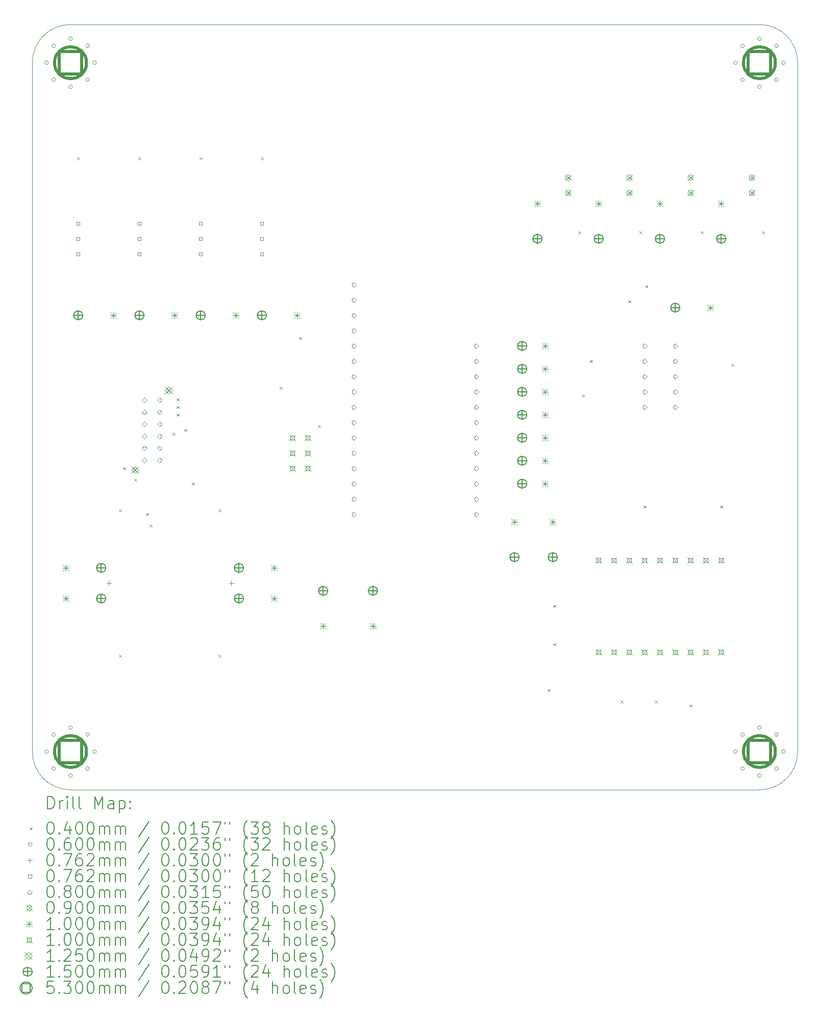
<source format=gbr>
%TF.GenerationSoftware,KiCad,Pcbnew,(6.0.7)*%
%TF.CreationDate,2022-11-10T17:29:08-05:00*%
%TF.ProjectId,M5TC-2022-U4BN,4d355443-2d32-4303-9232-2d5534424e2e,rev?*%
%TF.SameCoordinates,Original*%
%TF.FileFunction,Drillmap*%
%TF.FilePolarity,Positive*%
%FSLAX45Y45*%
G04 Gerber Fmt 4.5, Leading zero omitted, Abs format (unit mm)*
G04 Created by KiCad (PCBNEW (6.0.7)) date 2022-11-10 17:29:08*
%MOMM*%
%LPD*%
G01*
G04 APERTURE LIST*
%ADD10C,0.050000*%
%ADD11C,0.200000*%
%ADD12C,0.040000*%
%ADD13C,0.060000*%
%ADD14C,0.076200*%
%ADD15C,0.080000*%
%ADD16C,0.090000*%
%ADD17C,0.099999*%
%ADD18C,0.100000*%
%ADD19C,0.125000*%
%ADD20C,0.149999*%
%ADD21C,0.530000*%
G04 APERTURE END LIST*
D10*
X15875000Y-10160000D02*
X27305000Y-10160000D01*
X27940000Y-10795000D02*
X27940000Y-22225000D01*
X27305000Y-22860000D02*
X15875000Y-22860000D01*
X15240000Y-22225000D02*
X15240000Y-10795000D01*
X27940000Y-10795000D02*
G75*
G03*
X27305000Y-10160000I-635000J0D01*
G01*
X27305000Y-22860000D02*
G75*
G03*
X27940000Y-22225000I0J635000D01*
G01*
X15240000Y-22225000D02*
G75*
G03*
X15875000Y-22860000I635000J0D01*
G01*
X15875000Y-10160000D02*
G75*
G03*
X15240000Y-10795000I0J-635000D01*
G01*
D11*
D12*
X15982000Y-12362500D02*
X16022000Y-12402500D01*
X16022000Y-12362500D02*
X15982000Y-12402500D01*
X16680500Y-18204500D02*
X16720500Y-18244500D01*
X16720500Y-18204500D02*
X16680500Y-18244500D01*
X16680500Y-20617500D02*
X16720500Y-20657500D01*
X16720500Y-20617500D02*
X16680500Y-20657500D01*
X16744000Y-17506000D02*
X16784000Y-17546000D01*
X16784000Y-17506000D02*
X16744000Y-17546000D01*
X16934500Y-17696500D02*
X16974500Y-17736500D01*
X16974500Y-17696500D02*
X16934500Y-17736500D01*
X16998000Y-12362500D02*
X17038000Y-12402500D01*
X17038000Y-12362500D02*
X16998000Y-12402500D01*
X17125000Y-18268000D02*
X17165000Y-18308000D01*
X17165000Y-18268000D02*
X17125000Y-18308000D01*
X17188500Y-18458500D02*
X17228500Y-18498500D01*
X17228500Y-18458500D02*
X17188500Y-18498500D01*
X17569500Y-16934500D02*
X17609500Y-16974500D01*
X17609500Y-16934500D02*
X17569500Y-16974500D01*
X17633000Y-16363000D02*
X17673000Y-16403000D01*
X17673000Y-16363000D02*
X17633000Y-16403000D01*
X17633000Y-16490000D02*
X17673000Y-16530000D01*
X17673000Y-16490000D02*
X17633000Y-16530000D01*
X17633000Y-16617000D02*
X17673000Y-16657000D01*
X17673000Y-16617000D02*
X17633000Y-16657000D01*
X17760000Y-16871000D02*
X17800000Y-16911000D01*
X17800000Y-16871000D02*
X17760000Y-16911000D01*
X17887000Y-17760000D02*
X17927000Y-17800000D01*
X17927000Y-17760000D02*
X17887000Y-17800000D01*
X18014000Y-12362500D02*
X18054000Y-12402500D01*
X18054000Y-12362500D02*
X18014000Y-12402500D01*
X18331500Y-18204500D02*
X18371500Y-18244500D01*
X18371500Y-18204500D02*
X18331500Y-18244500D01*
X18331500Y-20617500D02*
X18371500Y-20657500D01*
X18371500Y-20617500D02*
X18331500Y-20657500D01*
X19030000Y-12362500D02*
X19070000Y-12402500D01*
X19070000Y-12362500D02*
X19030000Y-12402500D01*
X19347500Y-16172500D02*
X19387500Y-16212500D01*
X19387500Y-16172500D02*
X19347500Y-16212500D01*
X19665000Y-15347000D02*
X19705000Y-15387000D01*
X19705000Y-15347000D02*
X19665000Y-15387000D01*
X19982500Y-16807500D02*
X20022500Y-16847500D01*
X20022500Y-16807500D02*
X19982500Y-16847500D01*
X23792500Y-21189000D02*
X23832500Y-21229000D01*
X23832500Y-21189000D02*
X23792500Y-21229000D01*
X23883000Y-19792000D02*
X23923000Y-19832000D01*
X23923000Y-19792000D02*
X23883000Y-19832000D01*
X23883000Y-20427000D02*
X23923000Y-20467000D01*
X23923000Y-20427000D02*
X23883000Y-20467000D01*
X24300500Y-13588250D02*
X24340500Y-13628250D01*
X24340500Y-13588250D02*
X24300500Y-13628250D01*
X24364000Y-16299500D02*
X24404000Y-16339500D01*
X24404000Y-16299500D02*
X24364000Y-16339500D01*
X24491000Y-15728000D02*
X24531000Y-15768000D01*
X24531000Y-15728000D02*
X24491000Y-15768000D01*
X24999000Y-21379500D02*
X25039000Y-21419500D01*
X25039000Y-21379500D02*
X24999000Y-21419500D01*
X25126000Y-14737400D02*
X25166000Y-14777400D01*
X25166000Y-14737400D02*
X25126000Y-14777400D01*
X25316500Y-13588250D02*
X25356500Y-13628250D01*
X25356500Y-13588250D02*
X25316500Y-13628250D01*
X25380000Y-18141000D02*
X25420000Y-18181000D01*
X25420000Y-18141000D02*
X25380000Y-18181000D01*
X25411750Y-14489750D02*
X25451750Y-14529750D01*
X25451750Y-14489750D02*
X25411750Y-14529750D01*
X25570500Y-21379500D02*
X25610500Y-21419500D01*
X25610500Y-21379500D02*
X25570500Y-21419500D01*
X26142000Y-21443000D02*
X26182000Y-21483000D01*
X26182000Y-21443000D02*
X26142000Y-21483000D01*
X26332500Y-13588250D02*
X26372500Y-13628250D01*
X26372500Y-13588250D02*
X26332500Y-13628250D01*
X26650000Y-18141000D02*
X26690000Y-18181000D01*
X26690000Y-18141000D02*
X26650000Y-18181000D01*
X26840500Y-15791500D02*
X26880500Y-15831500D01*
X26880500Y-15791500D02*
X26840500Y-15831500D01*
X27348500Y-13588250D02*
X27388500Y-13628250D01*
X27388500Y-13588250D02*
X27348500Y-13628250D01*
D13*
X15507500Y-10795000D02*
G75*
G03*
X15507500Y-10795000I-30000J0D01*
G01*
X15507500Y-22225000D02*
G75*
G03*
X15507500Y-22225000I-30000J0D01*
G01*
X15623925Y-10513925D02*
G75*
G03*
X15623925Y-10513925I-30000J0D01*
G01*
X15623925Y-11076075D02*
G75*
G03*
X15623925Y-11076075I-30000J0D01*
G01*
X15623925Y-21943925D02*
G75*
G03*
X15623925Y-21943925I-30000J0D01*
G01*
X15623925Y-22506075D02*
G75*
G03*
X15623925Y-22506075I-30000J0D01*
G01*
X15905000Y-10397500D02*
G75*
G03*
X15905000Y-10397500I-30000J0D01*
G01*
X15905000Y-11192500D02*
G75*
G03*
X15905000Y-11192500I-30000J0D01*
G01*
X15905000Y-21827500D02*
G75*
G03*
X15905000Y-21827500I-30000J0D01*
G01*
X15905000Y-22622500D02*
G75*
G03*
X15905000Y-22622500I-30000J0D01*
G01*
X16186075Y-10513925D02*
G75*
G03*
X16186075Y-10513925I-30000J0D01*
G01*
X16186075Y-11076075D02*
G75*
G03*
X16186075Y-11076075I-30000J0D01*
G01*
X16186075Y-21943925D02*
G75*
G03*
X16186075Y-21943925I-30000J0D01*
G01*
X16186075Y-22506075D02*
G75*
G03*
X16186075Y-22506075I-30000J0D01*
G01*
X16302500Y-10795000D02*
G75*
G03*
X16302500Y-10795000I-30000J0D01*
G01*
X16302500Y-22225000D02*
G75*
G03*
X16302500Y-22225000I-30000J0D01*
G01*
X26937500Y-10795000D02*
G75*
G03*
X26937500Y-10795000I-30000J0D01*
G01*
X26937500Y-22225000D02*
G75*
G03*
X26937500Y-22225000I-30000J0D01*
G01*
X27053925Y-10513925D02*
G75*
G03*
X27053925Y-10513925I-30000J0D01*
G01*
X27053925Y-11076075D02*
G75*
G03*
X27053925Y-11076075I-30000J0D01*
G01*
X27053925Y-21943925D02*
G75*
G03*
X27053925Y-21943925I-30000J0D01*
G01*
X27053925Y-22506075D02*
G75*
G03*
X27053925Y-22506075I-30000J0D01*
G01*
X27335000Y-10397500D02*
G75*
G03*
X27335000Y-10397500I-30000J0D01*
G01*
X27335000Y-11192500D02*
G75*
G03*
X27335000Y-11192500I-30000J0D01*
G01*
X27335000Y-21827500D02*
G75*
G03*
X27335000Y-21827500I-30000J0D01*
G01*
X27335000Y-22622500D02*
G75*
G03*
X27335000Y-22622500I-30000J0D01*
G01*
X27616075Y-10513925D02*
G75*
G03*
X27616075Y-10513925I-30000J0D01*
G01*
X27616075Y-11076075D02*
G75*
G03*
X27616075Y-11076075I-30000J0D01*
G01*
X27616075Y-21943925D02*
G75*
G03*
X27616075Y-21943925I-30000J0D01*
G01*
X27616075Y-22506075D02*
G75*
G03*
X27616075Y-22506075I-30000J0D01*
G01*
X27732500Y-10795000D02*
G75*
G03*
X27732500Y-10795000I-30000J0D01*
G01*
X27732500Y-22225000D02*
G75*
G03*
X27732500Y-22225000I-30000J0D01*
G01*
D14*
X16510000Y-19392900D02*
X16510000Y-19469100D01*
X16471900Y-19431000D02*
X16548100Y-19431000D01*
X18542000Y-19392900D02*
X18542000Y-19469100D01*
X18503900Y-19431000D02*
X18580100Y-19431000D01*
X16028941Y-13488941D02*
X16028941Y-13435059D01*
X15975059Y-13435059D01*
X15975059Y-13488941D01*
X16028941Y-13488941D01*
X16028941Y-13742941D02*
X16028941Y-13689059D01*
X15975059Y-13689059D01*
X15975059Y-13742941D01*
X16028941Y-13742941D01*
X16028941Y-13996941D02*
X16028941Y-13943059D01*
X15975059Y-13943059D01*
X15975059Y-13996941D01*
X16028941Y-13996941D01*
X17044941Y-13488941D02*
X17044941Y-13435059D01*
X16991059Y-13435059D01*
X16991059Y-13488941D01*
X17044941Y-13488941D01*
X17044941Y-13742941D02*
X17044941Y-13689059D01*
X16991059Y-13689059D01*
X16991059Y-13742941D01*
X17044941Y-13742941D01*
X17044941Y-13996941D02*
X17044941Y-13943059D01*
X16991059Y-13943059D01*
X16991059Y-13996941D01*
X17044941Y-13996941D01*
X18060941Y-13488941D02*
X18060941Y-13435059D01*
X18007059Y-13435059D01*
X18007059Y-13488941D01*
X18060941Y-13488941D01*
X18060941Y-13742941D02*
X18060941Y-13689059D01*
X18007059Y-13689059D01*
X18007059Y-13742941D01*
X18060941Y-13742941D01*
X18060941Y-13996941D02*
X18060941Y-13943059D01*
X18007059Y-13943059D01*
X18007059Y-13996941D01*
X18060941Y-13996941D01*
X19076941Y-13488941D02*
X19076941Y-13435059D01*
X19023059Y-13435059D01*
X19023059Y-13488941D01*
X19076941Y-13488941D01*
X19076941Y-13742941D02*
X19076941Y-13689059D01*
X19023059Y-13689059D01*
X19023059Y-13742941D01*
X19076941Y-13742941D01*
X19076941Y-13996941D02*
X19076941Y-13943059D01*
X19023059Y-13943059D01*
X19023059Y-13996941D01*
X19076941Y-13996941D01*
D15*
X17101000Y-16431000D02*
X17141000Y-16391000D01*
X17101000Y-16351000D01*
X17061000Y-16391000D01*
X17101000Y-16431000D01*
X17101000Y-16631000D02*
X17141000Y-16591000D01*
X17101000Y-16551000D01*
X17061000Y-16591000D01*
X17101000Y-16631000D01*
X17101000Y-16831000D02*
X17141000Y-16791000D01*
X17101000Y-16751000D01*
X17061000Y-16791000D01*
X17101000Y-16831000D01*
X17101000Y-17031000D02*
X17141000Y-16991000D01*
X17101000Y-16951000D01*
X17061000Y-16991000D01*
X17101000Y-17031000D01*
X17101000Y-17231000D02*
X17141000Y-17191000D01*
X17101000Y-17151000D01*
X17061000Y-17191000D01*
X17101000Y-17231000D01*
X17101000Y-17431000D02*
X17141000Y-17391000D01*
X17101000Y-17351000D01*
X17061000Y-17391000D01*
X17101000Y-17431000D01*
X17351000Y-16431000D02*
X17391000Y-16391000D01*
X17351000Y-16351000D01*
X17311000Y-16391000D01*
X17351000Y-16431000D01*
X17351000Y-16631000D02*
X17391000Y-16591000D01*
X17351000Y-16551000D01*
X17311000Y-16591000D01*
X17351000Y-16631000D01*
X17351000Y-16831000D02*
X17391000Y-16791000D01*
X17351000Y-16751000D01*
X17311000Y-16791000D01*
X17351000Y-16831000D01*
X17351000Y-17031000D02*
X17391000Y-16991000D01*
X17351000Y-16951000D01*
X17311000Y-16991000D01*
X17351000Y-17031000D01*
X17351000Y-17231000D02*
X17391000Y-17191000D01*
X17351000Y-17151000D01*
X17311000Y-17191000D01*
X17351000Y-17231000D01*
X17351000Y-17431000D02*
X17391000Y-17391000D01*
X17351000Y-17351000D01*
X17311000Y-17391000D01*
X17351000Y-17431000D01*
X20574000Y-14518000D02*
X20614000Y-14478000D01*
X20574000Y-14438000D01*
X20534000Y-14478000D01*
X20574000Y-14518000D01*
X20574000Y-14772000D02*
X20614000Y-14732000D01*
X20574000Y-14692000D01*
X20534000Y-14732000D01*
X20574000Y-14772000D01*
X20574000Y-15026000D02*
X20614000Y-14986000D01*
X20574000Y-14946000D01*
X20534000Y-14986000D01*
X20574000Y-15026000D01*
X20574000Y-15280000D02*
X20614000Y-15240000D01*
X20574000Y-15200000D01*
X20534000Y-15240000D01*
X20574000Y-15280000D01*
X20574000Y-15534000D02*
X20614000Y-15494000D01*
X20574000Y-15454000D01*
X20534000Y-15494000D01*
X20574000Y-15534000D01*
X20574000Y-15788000D02*
X20614000Y-15748000D01*
X20574000Y-15708000D01*
X20534000Y-15748000D01*
X20574000Y-15788000D01*
X20574000Y-16042000D02*
X20614000Y-16002000D01*
X20574000Y-15962000D01*
X20534000Y-16002000D01*
X20574000Y-16042000D01*
X20574000Y-16296000D02*
X20614000Y-16256000D01*
X20574000Y-16216000D01*
X20534000Y-16256000D01*
X20574000Y-16296000D01*
X20574000Y-16550000D02*
X20614000Y-16510000D01*
X20574000Y-16470000D01*
X20534000Y-16510000D01*
X20574000Y-16550000D01*
X20574000Y-16804000D02*
X20614000Y-16764000D01*
X20574000Y-16724000D01*
X20534000Y-16764000D01*
X20574000Y-16804000D01*
X20574000Y-17058000D02*
X20614000Y-17018000D01*
X20574000Y-16978000D01*
X20534000Y-17018000D01*
X20574000Y-17058000D01*
X20574000Y-17312000D02*
X20614000Y-17272000D01*
X20574000Y-17232000D01*
X20534000Y-17272000D01*
X20574000Y-17312000D01*
X20574000Y-17566000D02*
X20614000Y-17526000D01*
X20574000Y-17486000D01*
X20534000Y-17526000D01*
X20574000Y-17566000D01*
X20574000Y-17820000D02*
X20614000Y-17780000D01*
X20574000Y-17740000D01*
X20534000Y-17780000D01*
X20574000Y-17820000D01*
X20574000Y-18074000D02*
X20614000Y-18034000D01*
X20574000Y-17994000D01*
X20534000Y-18034000D01*
X20574000Y-18074000D01*
X20574000Y-18328000D02*
X20614000Y-18288000D01*
X20574000Y-18248000D01*
X20534000Y-18288000D01*
X20574000Y-18328000D01*
X22606000Y-15534000D02*
X22646000Y-15494000D01*
X22606000Y-15454000D01*
X22566000Y-15494000D01*
X22606000Y-15534000D01*
X22606000Y-15788000D02*
X22646000Y-15748000D01*
X22606000Y-15708000D01*
X22566000Y-15748000D01*
X22606000Y-15788000D01*
X22606000Y-16042000D02*
X22646000Y-16002000D01*
X22606000Y-15962000D01*
X22566000Y-16002000D01*
X22606000Y-16042000D01*
X22606000Y-16296000D02*
X22646000Y-16256000D01*
X22606000Y-16216000D01*
X22566000Y-16256000D01*
X22606000Y-16296000D01*
X22606000Y-16550000D02*
X22646000Y-16510000D01*
X22606000Y-16470000D01*
X22566000Y-16510000D01*
X22606000Y-16550000D01*
X22606000Y-16804000D02*
X22646000Y-16764000D01*
X22606000Y-16724000D01*
X22566000Y-16764000D01*
X22606000Y-16804000D01*
X22606000Y-17058000D02*
X22646000Y-17018000D01*
X22606000Y-16978000D01*
X22566000Y-17018000D01*
X22606000Y-17058000D01*
X22606000Y-17312000D02*
X22646000Y-17272000D01*
X22606000Y-17232000D01*
X22566000Y-17272000D01*
X22606000Y-17312000D01*
X22606000Y-17566000D02*
X22646000Y-17526000D01*
X22606000Y-17486000D01*
X22566000Y-17526000D01*
X22606000Y-17566000D01*
X22606000Y-17820000D02*
X22646000Y-17780000D01*
X22606000Y-17740000D01*
X22566000Y-17780000D01*
X22606000Y-17820000D01*
X22606000Y-18074000D02*
X22646000Y-18034000D01*
X22606000Y-17994000D01*
X22566000Y-18034000D01*
X22606000Y-18074000D01*
X22606000Y-18328000D02*
X22646000Y-18288000D01*
X22606000Y-18248000D01*
X22566000Y-18288000D01*
X22606000Y-18328000D01*
X25400000Y-15534000D02*
X25440000Y-15494000D01*
X25400000Y-15454000D01*
X25360000Y-15494000D01*
X25400000Y-15534000D01*
X25400000Y-15788000D02*
X25440000Y-15748000D01*
X25400000Y-15708000D01*
X25360000Y-15748000D01*
X25400000Y-15788000D01*
X25400000Y-16042000D02*
X25440000Y-16002000D01*
X25400000Y-15962000D01*
X25360000Y-16002000D01*
X25400000Y-16042000D01*
X25400000Y-16296000D02*
X25440000Y-16256000D01*
X25400000Y-16216000D01*
X25360000Y-16256000D01*
X25400000Y-16296000D01*
X25400000Y-16550000D02*
X25440000Y-16510000D01*
X25400000Y-16470000D01*
X25360000Y-16510000D01*
X25400000Y-16550000D01*
X25908000Y-15534000D02*
X25948000Y-15494000D01*
X25908000Y-15454000D01*
X25868000Y-15494000D01*
X25908000Y-15534000D01*
X25908000Y-15788000D02*
X25948000Y-15748000D01*
X25908000Y-15708000D01*
X25868000Y-15748000D01*
X25908000Y-15788000D01*
X25908000Y-16042000D02*
X25948000Y-16002000D01*
X25908000Y-15962000D01*
X25868000Y-16002000D01*
X25908000Y-16042000D01*
X25908000Y-16296000D02*
X25948000Y-16256000D01*
X25908000Y-16216000D01*
X25868000Y-16256000D01*
X25908000Y-16296000D01*
X25908000Y-16550000D02*
X25948000Y-16510000D01*
X25908000Y-16470000D01*
X25868000Y-16510000D01*
X25908000Y-16550000D01*
D16*
X24085000Y-12655000D02*
X24175000Y-12745000D01*
X24175000Y-12655000D02*
X24085000Y-12745000D01*
X24175000Y-12700000D02*
G75*
G03*
X24175000Y-12700000I-45000J0D01*
G01*
X24085000Y-12909000D02*
X24175000Y-12999000D01*
X24175000Y-12909000D02*
X24085000Y-12999000D01*
X24175000Y-12954000D02*
G75*
G03*
X24175000Y-12954000I-45000J0D01*
G01*
X25101000Y-12655000D02*
X25191000Y-12745000D01*
X25191000Y-12655000D02*
X25101000Y-12745000D01*
X25191000Y-12700000D02*
G75*
G03*
X25191000Y-12700000I-45000J0D01*
G01*
X25101000Y-12909000D02*
X25191000Y-12999000D01*
X25191000Y-12909000D02*
X25101000Y-12999000D01*
X25191000Y-12954000D02*
G75*
G03*
X25191000Y-12954000I-45000J0D01*
G01*
X26117000Y-12655000D02*
X26207000Y-12745000D01*
X26207000Y-12655000D02*
X26117000Y-12745000D01*
X26207000Y-12700000D02*
G75*
G03*
X26207000Y-12700000I-45000J0D01*
G01*
X26117000Y-12909000D02*
X26207000Y-12999000D01*
X26207000Y-12909000D02*
X26117000Y-12999000D01*
X26207000Y-12954000D02*
G75*
G03*
X26207000Y-12954000I-45000J0D01*
G01*
X27133000Y-12655000D02*
X27223000Y-12745000D01*
X27223000Y-12655000D02*
X27133000Y-12745000D01*
X27223000Y-12700000D02*
G75*
G03*
X27223000Y-12700000I-45000J0D01*
G01*
X27133000Y-12909000D02*
X27223000Y-12999000D01*
X27223000Y-12909000D02*
X27133000Y-12999000D01*
X27223000Y-12954000D02*
G75*
G03*
X27223000Y-12954000I-45000J0D01*
G01*
D17*
X15748800Y-19127000D02*
X15848800Y-19227000D01*
X15848800Y-19127000D02*
X15748800Y-19227000D01*
X15798800Y-19127000D02*
X15798800Y-19227000D01*
X15748800Y-19177000D02*
X15848800Y-19177000D01*
X15748800Y-19635000D02*
X15848800Y-19735000D01*
X15848800Y-19635000D02*
X15748800Y-19735000D01*
X15798800Y-19635000D02*
X15798800Y-19735000D01*
X15748800Y-19685000D02*
X15848800Y-19685000D01*
X16536200Y-14936000D02*
X16636200Y-15036000D01*
X16636200Y-14936000D02*
X16536200Y-15036000D01*
X16586200Y-14936000D02*
X16586200Y-15036000D01*
X16536200Y-14986000D02*
X16636200Y-14986000D01*
X17552200Y-14936000D02*
X17652200Y-15036000D01*
X17652200Y-14936000D02*
X17552200Y-15036000D01*
X17602200Y-14936000D02*
X17602200Y-15036000D01*
X17552200Y-14986000D02*
X17652200Y-14986000D01*
X18568200Y-14936000D02*
X18668200Y-15036000D01*
X18668200Y-14936000D02*
X18568200Y-15036000D01*
X18618200Y-14936000D02*
X18618200Y-15036000D01*
X18568200Y-14986000D02*
X18668200Y-14986000D01*
X19203200Y-19127000D02*
X19303200Y-19227000D01*
X19303200Y-19127000D02*
X19203200Y-19227000D01*
X19253200Y-19127000D02*
X19253200Y-19227000D01*
X19203200Y-19177000D02*
X19303200Y-19177000D01*
X19203200Y-19635000D02*
X19303200Y-19735000D01*
X19303200Y-19635000D02*
X19203200Y-19735000D01*
X19253200Y-19635000D02*
X19253200Y-19735000D01*
X19203200Y-19685000D02*
X19303200Y-19685000D01*
X19584200Y-14936000D02*
X19684200Y-15036000D01*
X19684200Y-14936000D02*
X19584200Y-15036000D01*
X19634200Y-14936000D02*
X19634200Y-15036000D01*
X19584200Y-14986000D02*
X19684200Y-14986000D01*
X20016000Y-20092200D02*
X20116000Y-20192200D01*
X20116000Y-20092200D02*
X20016000Y-20192200D01*
X20066000Y-20092200D02*
X20066000Y-20192200D01*
X20016000Y-20142200D02*
X20116000Y-20142200D01*
X20841500Y-20092200D02*
X20941500Y-20192200D01*
X20941500Y-20092200D02*
X20841500Y-20192200D01*
X20891500Y-20092200D02*
X20891500Y-20192200D01*
X20841500Y-20142200D02*
X20941500Y-20142200D01*
X23191000Y-18365000D02*
X23291000Y-18465000D01*
X23291000Y-18365000D02*
X23191000Y-18465000D01*
X23241000Y-18365000D02*
X23241000Y-18465000D01*
X23191000Y-18415000D02*
X23291000Y-18415000D01*
X23572000Y-13081800D02*
X23672000Y-13181800D01*
X23672000Y-13081800D02*
X23572000Y-13181800D01*
X23622000Y-13081800D02*
X23622000Y-13181800D01*
X23572000Y-13131800D02*
X23672000Y-13131800D01*
X23699000Y-15444000D02*
X23799000Y-15544000D01*
X23799000Y-15444000D02*
X23699000Y-15544000D01*
X23749000Y-15444000D02*
X23749000Y-15544000D01*
X23699000Y-15494000D02*
X23799000Y-15494000D01*
X23699000Y-15825000D02*
X23799000Y-15925000D01*
X23799000Y-15825000D02*
X23699000Y-15925000D01*
X23749000Y-15825000D02*
X23749000Y-15925000D01*
X23699000Y-15875000D02*
X23799000Y-15875000D01*
X23699000Y-16206000D02*
X23799000Y-16306000D01*
X23799000Y-16206000D02*
X23699000Y-16306000D01*
X23749000Y-16206000D02*
X23749000Y-16306000D01*
X23699000Y-16256000D02*
X23799000Y-16256000D01*
X23699000Y-16587000D02*
X23799000Y-16687000D01*
X23799000Y-16587000D02*
X23699000Y-16687000D01*
X23749000Y-16587000D02*
X23749000Y-16687000D01*
X23699000Y-16637000D02*
X23799000Y-16637000D01*
X23699000Y-16968000D02*
X23799000Y-17068000D01*
X23799000Y-16968000D02*
X23699000Y-17068000D01*
X23749000Y-16968000D02*
X23749000Y-17068000D01*
X23699000Y-17018000D02*
X23799000Y-17018000D01*
X23699000Y-17349000D02*
X23799000Y-17449000D01*
X23799000Y-17349000D02*
X23699000Y-17449000D01*
X23749000Y-17349000D02*
X23749000Y-17449000D01*
X23699000Y-17399000D02*
X23799000Y-17399000D01*
X23699000Y-17730000D02*
X23799000Y-17830000D01*
X23799000Y-17730000D02*
X23699000Y-17830000D01*
X23749000Y-17730000D02*
X23749000Y-17830000D01*
X23699000Y-17780000D02*
X23799000Y-17780000D01*
X23826000Y-18365000D02*
X23926000Y-18465000D01*
X23926000Y-18365000D02*
X23826000Y-18465000D01*
X23876000Y-18365000D02*
X23876000Y-18465000D01*
X23826000Y-18415000D02*
X23926000Y-18415000D01*
X24588000Y-13081800D02*
X24688000Y-13181800D01*
X24688000Y-13081800D02*
X24588000Y-13181800D01*
X24638000Y-13081800D02*
X24638000Y-13181800D01*
X24588000Y-13131800D02*
X24688000Y-13131800D01*
X25604000Y-13081800D02*
X25704000Y-13181800D01*
X25704000Y-13081800D02*
X25604000Y-13181800D01*
X25654000Y-13081800D02*
X25654000Y-13181800D01*
X25604000Y-13131800D02*
X25704000Y-13131800D01*
X26442200Y-14809000D02*
X26542200Y-14909000D01*
X26542200Y-14809000D02*
X26442200Y-14909000D01*
X26492200Y-14809000D02*
X26492200Y-14909000D01*
X26442200Y-14859000D02*
X26542200Y-14859000D01*
X26620000Y-13081800D02*
X26720000Y-13181800D01*
X26720000Y-13081800D02*
X26620000Y-13181800D01*
X26670000Y-13081800D02*
X26670000Y-13181800D01*
X26620000Y-13131800D02*
X26720000Y-13131800D01*
D18*
X19508000Y-16968000D02*
X19608000Y-17068000D01*
X19608000Y-16968000D02*
X19508000Y-17068000D01*
X19593356Y-17053356D02*
X19593356Y-16982644D01*
X19522644Y-16982644D01*
X19522644Y-17053356D01*
X19593356Y-17053356D01*
X19508000Y-17222000D02*
X19608000Y-17322000D01*
X19608000Y-17222000D02*
X19508000Y-17322000D01*
X19593356Y-17307356D02*
X19593356Y-17236644D01*
X19522644Y-17236644D01*
X19522644Y-17307356D01*
X19593356Y-17307356D01*
X19508000Y-17476000D02*
X19608000Y-17576000D01*
X19608000Y-17476000D02*
X19508000Y-17576000D01*
X19593356Y-17561356D02*
X19593356Y-17490644D01*
X19522644Y-17490644D01*
X19522644Y-17561356D01*
X19593356Y-17561356D01*
X19762000Y-16968000D02*
X19862000Y-17068000D01*
X19862000Y-16968000D02*
X19762000Y-17068000D01*
X19847356Y-17053356D02*
X19847356Y-16982644D01*
X19776644Y-16982644D01*
X19776644Y-17053356D01*
X19847356Y-17053356D01*
X19762000Y-17222000D02*
X19862000Y-17322000D01*
X19862000Y-17222000D02*
X19762000Y-17322000D01*
X19847356Y-17307356D02*
X19847356Y-17236644D01*
X19776644Y-17236644D01*
X19776644Y-17307356D01*
X19847356Y-17307356D01*
X19762000Y-17476000D02*
X19862000Y-17576000D01*
X19862000Y-17476000D02*
X19762000Y-17576000D01*
X19847356Y-17561356D02*
X19847356Y-17490644D01*
X19776644Y-17490644D01*
X19776644Y-17561356D01*
X19847356Y-17561356D01*
X24588000Y-19000000D02*
X24688000Y-19100000D01*
X24688000Y-19000000D02*
X24588000Y-19100000D01*
X24673356Y-19085356D02*
X24673356Y-19014644D01*
X24602644Y-19014644D01*
X24602644Y-19085356D01*
X24673356Y-19085356D01*
X24588000Y-20524000D02*
X24688000Y-20624000D01*
X24688000Y-20524000D02*
X24588000Y-20624000D01*
X24673356Y-20609356D02*
X24673356Y-20538644D01*
X24602644Y-20538644D01*
X24602644Y-20609356D01*
X24673356Y-20609356D01*
X24842000Y-19000000D02*
X24942000Y-19100000D01*
X24942000Y-19000000D02*
X24842000Y-19100000D01*
X24927356Y-19085356D02*
X24927356Y-19014644D01*
X24856644Y-19014644D01*
X24856644Y-19085356D01*
X24927356Y-19085356D01*
X24842000Y-20524000D02*
X24942000Y-20624000D01*
X24942000Y-20524000D02*
X24842000Y-20624000D01*
X24927356Y-20609356D02*
X24927356Y-20538644D01*
X24856644Y-20538644D01*
X24856644Y-20609356D01*
X24927356Y-20609356D01*
X25096000Y-19000000D02*
X25196000Y-19100000D01*
X25196000Y-19000000D02*
X25096000Y-19100000D01*
X25181356Y-19085356D02*
X25181356Y-19014644D01*
X25110644Y-19014644D01*
X25110644Y-19085356D01*
X25181356Y-19085356D01*
X25096000Y-20524000D02*
X25196000Y-20624000D01*
X25196000Y-20524000D02*
X25096000Y-20624000D01*
X25181356Y-20609356D02*
X25181356Y-20538644D01*
X25110644Y-20538644D01*
X25110644Y-20609356D01*
X25181356Y-20609356D01*
X25350000Y-19000000D02*
X25450000Y-19100000D01*
X25450000Y-19000000D02*
X25350000Y-19100000D01*
X25435356Y-19085356D02*
X25435356Y-19014644D01*
X25364644Y-19014644D01*
X25364644Y-19085356D01*
X25435356Y-19085356D01*
X25350000Y-20524000D02*
X25450000Y-20624000D01*
X25450000Y-20524000D02*
X25350000Y-20624000D01*
X25435356Y-20609356D02*
X25435356Y-20538644D01*
X25364644Y-20538644D01*
X25364644Y-20609356D01*
X25435356Y-20609356D01*
X25604000Y-19000000D02*
X25704000Y-19100000D01*
X25704000Y-19000000D02*
X25604000Y-19100000D01*
X25689356Y-19085356D02*
X25689356Y-19014644D01*
X25618644Y-19014644D01*
X25618644Y-19085356D01*
X25689356Y-19085356D01*
X25604000Y-20524000D02*
X25704000Y-20624000D01*
X25704000Y-20524000D02*
X25604000Y-20624000D01*
X25689356Y-20609356D02*
X25689356Y-20538644D01*
X25618644Y-20538644D01*
X25618644Y-20609356D01*
X25689356Y-20609356D01*
X25858000Y-19000000D02*
X25958000Y-19100000D01*
X25958000Y-19000000D02*
X25858000Y-19100000D01*
X25943356Y-19085356D02*
X25943356Y-19014644D01*
X25872644Y-19014644D01*
X25872644Y-19085356D01*
X25943356Y-19085356D01*
X25858000Y-20524000D02*
X25958000Y-20624000D01*
X25958000Y-20524000D02*
X25858000Y-20624000D01*
X25943356Y-20609356D02*
X25943356Y-20538644D01*
X25872644Y-20538644D01*
X25872644Y-20609356D01*
X25943356Y-20609356D01*
X26112000Y-19000000D02*
X26212000Y-19100000D01*
X26212000Y-19000000D02*
X26112000Y-19100000D01*
X26197356Y-19085356D02*
X26197356Y-19014644D01*
X26126644Y-19014644D01*
X26126644Y-19085356D01*
X26197356Y-19085356D01*
X26112000Y-20524000D02*
X26212000Y-20624000D01*
X26212000Y-20524000D02*
X26112000Y-20624000D01*
X26197356Y-20609356D02*
X26197356Y-20538644D01*
X26126644Y-20538644D01*
X26126644Y-20609356D01*
X26197356Y-20609356D01*
X26366000Y-19000000D02*
X26466000Y-19100000D01*
X26466000Y-19000000D02*
X26366000Y-19100000D01*
X26451356Y-19085356D02*
X26451356Y-19014644D01*
X26380644Y-19014644D01*
X26380644Y-19085356D01*
X26451356Y-19085356D01*
X26366000Y-20524000D02*
X26466000Y-20624000D01*
X26466000Y-20524000D02*
X26366000Y-20624000D01*
X26451356Y-20609356D02*
X26451356Y-20538644D01*
X26380644Y-20538644D01*
X26380644Y-20609356D01*
X26451356Y-20609356D01*
X26620000Y-19000000D02*
X26720000Y-19100000D01*
X26720000Y-19000000D02*
X26620000Y-19100000D01*
X26705356Y-19085356D02*
X26705356Y-19014644D01*
X26634644Y-19014644D01*
X26634644Y-19085356D01*
X26705356Y-19085356D01*
X26620000Y-20524000D02*
X26720000Y-20624000D01*
X26720000Y-20524000D02*
X26620000Y-20624000D01*
X26705356Y-20609356D02*
X26705356Y-20538644D01*
X26634644Y-20538644D01*
X26634644Y-20609356D01*
X26705356Y-20609356D01*
D19*
X16883500Y-17488500D02*
X17008500Y-17613500D01*
X17008500Y-17488500D02*
X16883500Y-17613500D01*
X16946000Y-17613500D02*
X17008500Y-17551000D01*
X16946000Y-17488500D01*
X16883500Y-17551000D01*
X16946000Y-17613500D01*
X17443500Y-16168500D02*
X17568500Y-16293500D01*
X17568500Y-16168500D02*
X17443500Y-16293500D01*
X17506000Y-16293500D02*
X17568500Y-16231000D01*
X17506000Y-16168500D01*
X17443500Y-16231000D01*
X17506000Y-16293500D01*
D20*
X16002000Y-14911000D02*
X16002000Y-15061000D01*
X15927000Y-14986000D02*
X16077000Y-14986000D01*
X16077000Y-14986000D02*
G75*
G03*
X16077000Y-14986000I-75000J0D01*
G01*
X16383000Y-19102000D02*
X16383000Y-19252000D01*
X16308000Y-19177000D02*
X16458000Y-19177000D01*
X16458000Y-19177000D02*
G75*
G03*
X16458000Y-19177000I-75000J0D01*
G01*
X16383000Y-19610000D02*
X16383000Y-19760000D01*
X16308000Y-19685000D02*
X16458000Y-19685000D01*
X16458000Y-19685000D02*
G75*
G03*
X16458000Y-19685000I-75000J0D01*
G01*
X17018000Y-14911000D02*
X17018000Y-15061000D01*
X16943000Y-14986000D02*
X17093000Y-14986000D01*
X17093000Y-14986000D02*
G75*
G03*
X17093000Y-14986000I-75000J0D01*
G01*
X18034000Y-14911000D02*
X18034000Y-15061000D01*
X17959000Y-14986000D02*
X18109000Y-14986000D01*
X18109000Y-14986000D02*
G75*
G03*
X18109000Y-14986000I-75000J0D01*
G01*
X18669000Y-19102000D02*
X18669000Y-19252000D01*
X18594000Y-19177000D02*
X18744000Y-19177000D01*
X18744000Y-19177000D02*
G75*
G03*
X18744000Y-19177000I-75000J0D01*
G01*
X18669000Y-19610000D02*
X18669000Y-19760000D01*
X18594000Y-19685000D02*
X18744000Y-19685000D01*
X18744000Y-19685000D02*
G75*
G03*
X18744000Y-19685000I-75000J0D01*
G01*
X19050000Y-14911000D02*
X19050000Y-15061000D01*
X18975000Y-14986000D02*
X19125000Y-14986000D01*
X19125000Y-14986000D02*
G75*
G03*
X19125000Y-14986000I-75000J0D01*
G01*
X20066000Y-19483000D02*
X20066000Y-19633000D01*
X19991000Y-19558000D02*
X20141000Y-19558000D01*
X20141000Y-19558000D02*
G75*
G03*
X20141000Y-19558000I-75000J0D01*
G01*
X20891500Y-19483000D02*
X20891500Y-19633000D01*
X20816500Y-19558000D02*
X20966500Y-19558000D01*
X20966500Y-19558000D02*
G75*
G03*
X20966500Y-19558000I-75000J0D01*
G01*
X23241000Y-18924200D02*
X23241000Y-19074200D01*
X23166000Y-18999200D02*
X23316000Y-18999200D01*
X23316000Y-18999200D02*
G75*
G03*
X23316000Y-18999200I-75000J0D01*
G01*
X23368000Y-15419000D02*
X23368000Y-15569000D01*
X23293000Y-15494000D02*
X23443000Y-15494000D01*
X23443000Y-15494000D02*
G75*
G03*
X23443000Y-15494000I-75000J0D01*
G01*
X23368000Y-15800000D02*
X23368000Y-15950000D01*
X23293000Y-15875000D02*
X23443000Y-15875000D01*
X23443000Y-15875000D02*
G75*
G03*
X23443000Y-15875000I-75000J0D01*
G01*
X23368000Y-16181000D02*
X23368000Y-16331000D01*
X23293000Y-16256000D02*
X23443000Y-16256000D01*
X23443000Y-16256000D02*
G75*
G03*
X23443000Y-16256000I-75000J0D01*
G01*
X23368000Y-16562000D02*
X23368000Y-16712000D01*
X23293000Y-16637000D02*
X23443000Y-16637000D01*
X23443000Y-16637000D02*
G75*
G03*
X23443000Y-16637000I-75000J0D01*
G01*
X23368000Y-16943000D02*
X23368000Y-17093000D01*
X23293000Y-17018000D02*
X23443000Y-17018000D01*
X23443000Y-17018000D02*
G75*
G03*
X23443000Y-17018000I-75000J0D01*
G01*
X23368000Y-17324000D02*
X23368000Y-17474000D01*
X23293000Y-17399000D02*
X23443000Y-17399000D01*
X23443000Y-17399000D02*
G75*
G03*
X23443000Y-17399000I-75000J0D01*
G01*
X23368000Y-17705000D02*
X23368000Y-17855000D01*
X23293000Y-17780000D02*
X23443000Y-17780000D01*
X23443000Y-17780000D02*
G75*
G03*
X23443000Y-17780000I-75000J0D01*
G01*
X23622000Y-13641000D02*
X23622000Y-13791000D01*
X23547000Y-13716000D02*
X23697000Y-13716000D01*
X23697000Y-13716000D02*
G75*
G03*
X23697000Y-13716000I-75000J0D01*
G01*
X23876000Y-18924200D02*
X23876000Y-19074200D01*
X23801000Y-18999200D02*
X23951000Y-18999200D01*
X23951000Y-18999200D02*
G75*
G03*
X23951000Y-18999200I-75000J0D01*
G01*
X24638000Y-13641000D02*
X24638000Y-13791000D01*
X24563000Y-13716000D02*
X24713000Y-13716000D01*
X24713000Y-13716000D02*
G75*
G03*
X24713000Y-13716000I-75000J0D01*
G01*
X25654000Y-13641000D02*
X25654000Y-13791000D01*
X25579000Y-13716000D02*
X25729000Y-13716000D01*
X25729000Y-13716000D02*
G75*
G03*
X25729000Y-13716000I-75000J0D01*
G01*
X25908000Y-14784000D02*
X25908000Y-14934000D01*
X25833000Y-14859000D02*
X25983000Y-14859000D01*
X25983000Y-14859000D02*
G75*
G03*
X25983000Y-14859000I-75000J0D01*
G01*
X26670000Y-13641000D02*
X26670000Y-13791000D01*
X26595000Y-13716000D02*
X26745000Y-13716000D01*
X26745000Y-13716000D02*
G75*
G03*
X26745000Y-13716000I-75000J0D01*
G01*
D21*
X16062385Y-10982385D02*
X16062385Y-10607615D01*
X15687615Y-10607615D01*
X15687615Y-10982385D01*
X16062385Y-10982385D01*
X16140000Y-10795000D02*
G75*
G03*
X16140000Y-10795000I-265000J0D01*
G01*
X16062385Y-22412385D02*
X16062385Y-22037615D01*
X15687615Y-22037615D01*
X15687615Y-22412385D01*
X16062385Y-22412385D01*
X16140000Y-22225000D02*
G75*
G03*
X16140000Y-22225000I-265000J0D01*
G01*
X27492385Y-10982385D02*
X27492385Y-10607615D01*
X27117615Y-10607615D01*
X27117615Y-10982385D01*
X27492385Y-10982385D01*
X27570000Y-10795000D02*
G75*
G03*
X27570000Y-10795000I-265000J0D01*
G01*
X27492385Y-22412385D02*
X27492385Y-22037615D01*
X27117615Y-22037615D01*
X27117615Y-22412385D01*
X27492385Y-22412385D01*
X27570000Y-22225000D02*
G75*
G03*
X27570000Y-22225000I-265000J0D01*
G01*
D11*
X15495119Y-23172976D02*
X15495119Y-22972976D01*
X15542738Y-22972976D01*
X15571309Y-22982500D01*
X15590357Y-23001548D01*
X15599881Y-23020595D01*
X15609405Y-23058690D01*
X15609405Y-23087262D01*
X15599881Y-23125357D01*
X15590357Y-23144405D01*
X15571309Y-23163452D01*
X15542738Y-23172976D01*
X15495119Y-23172976D01*
X15695119Y-23172976D02*
X15695119Y-23039643D01*
X15695119Y-23077738D02*
X15704643Y-23058690D01*
X15714167Y-23049167D01*
X15733214Y-23039643D01*
X15752262Y-23039643D01*
X15818928Y-23172976D02*
X15818928Y-23039643D01*
X15818928Y-22972976D02*
X15809405Y-22982500D01*
X15818928Y-22992024D01*
X15828452Y-22982500D01*
X15818928Y-22972976D01*
X15818928Y-22992024D01*
X15942738Y-23172976D02*
X15923690Y-23163452D01*
X15914167Y-23144405D01*
X15914167Y-22972976D01*
X16047500Y-23172976D02*
X16028452Y-23163452D01*
X16018928Y-23144405D01*
X16018928Y-22972976D01*
X16276071Y-23172976D02*
X16276071Y-22972976D01*
X16342738Y-23115833D01*
X16409405Y-22972976D01*
X16409405Y-23172976D01*
X16590357Y-23172976D02*
X16590357Y-23068214D01*
X16580833Y-23049167D01*
X16561786Y-23039643D01*
X16523690Y-23039643D01*
X16504643Y-23049167D01*
X16590357Y-23163452D02*
X16571309Y-23172976D01*
X16523690Y-23172976D01*
X16504643Y-23163452D01*
X16495119Y-23144405D01*
X16495119Y-23125357D01*
X16504643Y-23106309D01*
X16523690Y-23096786D01*
X16571309Y-23096786D01*
X16590357Y-23087262D01*
X16685595Y-23039643D02*
X16685595Y-23239643D01*
X16685595Y-23049167D02*
X16704643Y-23039643D01*
X16742738Y-23039643D01*
X16761786Y-23049167D01*
X16771309Y-23058690D01*
X16780833Y-23077738D01*
X16780833Y-23134881D01*
X16771309Y-23153928D01*
X16761786Y-23163452D01*
X16742738Y-23172976D01*
X16704643Y-23172976D01*
X16685595Y-23163452D01*
X16866548Y-23153928D02*
X16876071Y-23163452D01*
X16866548Y-23172976D01*
X16857024Y-23163452D01*
X16866548Y-23153928D01*
X16866548Y-23172976D01*
X16866548Y-23049167D02*
X16876071Y-23058690D01*
X16866548Y-23068214D01*
X16857024Y-23058690D01*
X16866548Y-23049167D01*
X16866548Y-23068214D01*
D12*
X15197500Y-23482500D02*
X15237500Y-23522500D01*
X15237500Y-23482500D02*
X15197500Y-23522500D01*
D11*
X15533214Y-23392976D02*
X15552262Y-23392976D01*
X15571309Y-23402500D01*
X15580833Y-23412024D01*
X15590357Y-23431071D01*
X15599881Y-23469167D01*
X15599881Y-23516786D01*
X15590357Y-23554881D01*
X15580833Y-23573928D01*
X15571309Y-23583452D01*
X15552262Y-23592976D01*
X15533214Y-23592976D01*
X15514167Y-23583452D01*
X15504643Y-23573928D01*
X15495119Y-23554881D01*
X15485595Y-23516786D01*
X15485595Y-23469167D01*
X15495119Y-23431071D01*
X15504643Y-23412024D01*
X15514167Y-23402500D01*
X15533214Y-23392976D01*
X15685595Y-23573928D02*
X15695119Y-23583452D01*
X15685595Y-23592976D01*
X15676071Y-23583452D01*
X15685595Y-23573928D01*
X15685595Y-23592976D01*
X15866548Y-23459643D02*
X15866548Y-23592976D01*
X15818928Y-23383452D02*
X15771309Y-23526309D01*
X15895119Y-23526309D01*
X16009405Y-23392976D02*
X16028452Y-23392976D01*
X16047500Y-23402500D01*
X16057024Y-23412024D01*
X16066548Y-23431071D01*
X16076071Y-23469167D01*
X16076071Y-23516786D01*
X16066548Y-23554881D01*
X16057024Y-23573928D01*
X16047500Y-23583452D01*
X16028452Y-23592976D01*
X16009405Y-23592976D01*
X15990357Y-23583452D01*
X15980833Y-23573928D01*
X15971309Y-23554881D01*
X15961786Y-23516786D01*
X15961786Y-23469167D01*
X15971309Y-23431071D01*
X15980833Y-23412024D01*
X15990357Y-23402500D01*
X16009405Y-23392976D01*
X16199881Y-23392976D02*
X16218928Y-23392976D01*
X16237976Y-23402500D01*
X16247500Y-23412024D01*
X16257024Y-23431071D01*
X16266548Y-23469167D01*
X16266548Y-23516786D01*
X16257024Y-23554881D01*
X16247500Y-23573928D01*
X16237976Y-23583452D01*
X16218928Y-23592976D01*
X16199881Y-23592976D01*
X16180833Y-23583452D01*
X16171309Y-23573928D01*
X16161786Y-23554881D01*
X16152262Y-23516786D01*
X16152262Y-23469167D01*
X16161786Y-23431071D01*
X16171309Y-23412024D01*
X16180833Y-23402500D01*
X16199881Y-23392976D01*
X16352262Y-23592976D02*
X16352262Y-23459643D01*
X16352262Y-23478690D02*
X16361786Y-23469167D01*
X16380833Y-23459643D01*
X16409405Y-23459643D01*
X16428452Y-23469167D01*
X16437976Y-23488214D01*
X16437976Y-23592976D01*
X16437976Y-23488214D02*
X16447500Y-23469167D01*
X16466548Y-23459643D01*
X16495119Y-23459643D01*
X16514167Y-23469167D01*
X16523690Y-23488214D01*
X16523690Y-23592976D01*
X16618928Y-23592976D02*
X16618928Y-23459643D01*
X16618928Y-23478690D02*
X16628452Y-23469167D01*
X16647500Y-23459643D01*
X16676071Y-23459643D01*
X16695119Y-23469167D01*
X16704643Y-23488214D01*
X16704643Y-23592976D01*
X16704643Y-23488214D02*
X16714167Y-23469167D01*
X16733214Y-23459643D01*
X16761786Y-23459643D01*
X16780833Y-23469167D01*
X16790357Y-23488214D01*
X16790357Y-23592976D01*
X17180833Y-23383452D02*
X17009405Y-23640595D01*
X17437976Y-23392976D02*
X17457024Y-23392976D01*
X17476071Y-23402500D01*
X17485595Y-23412024D01*
X17495119Y-23431071D01*
X17504643Y-23469167D01*
X17504643Y-23516786D01*
X17495119Y-23554881D01*
X17485595Y-23573928D01*
X17476071Y-23583452D01*
X17457024Y-23592976D01*
X17437976Y-23592976D01*
X17418929Y-23583452D01*
X17409405Y-23573928D01*
X17399881Y-23554881D01*
X17390357Y-23516786D01*
X17390357Y-23469167D01*
X17399881Y-23431071D01*
X17409405Y-23412024D01*
X17418929Y-23402500D01*
X17437976Y-23392976D01*
X17590357Y-23573928D02*
X17599881Y-23583452D01*
X17590357Y-23592976D01*
X17580833Y-23583452D01*
X17590357Y-23573928D01*
X17590357Y-23592976D01*
X17723690Y-23392976D02*
X17742738Y-23392976D01*
X17761786Y-23402500D01*
X17771310Y-23412024D01*
X17780833Y-23431071D01*
X17790357Y-23469167D01*
X17790357Y-23516786D01*
X17780833Y-23554881D01*
X17771310Y-23573928D01*
X17761786Y-23583452D01*
X17742738Y-23592976D01*
X17723690Y-23592976D01*
X17704643Y-23583452D01*
X17695119Y-23573928D01*
X17685595Y-23554881D01*
X17676071Y-23516786D01*
X17676071Y-23469167D01*
X17685595Y-23431071D01*
X17695119Y-23412024D01*
X17704643Y-23402500D01*
X17723690Y-23392976D01*
X17980833Y-23592976D02*
X17866548Y-23592976D01*
X17923690Y-23592976D02*
X17923690Y-23392976D01*
X17904643Y-23421548D01*
X17885595Y-23440595D01*
X17866548Y-23450119D01*
X18161786Y-23392976D02*
X18066548Y-23392976D01*
X18057024Y-23488214D01*
X18066548Y-23478690D01*
X18085595Y-23469167D01*
X18133214Y-23469167D01*
X18152262Y-23478690D01*
X18161786Y-23488214D01*
X18171310Y-23507262D01*
X18171310Y-23554881D01*
X18161786Y-23573928D01*
X18152262Y-23583452D01*
X18133214Y-23592976D01*
X18085595Y-23592976D01*
X18066548Y-23583452D01*
X18057024Y-23573928D01*
X18237976Y-23392976D02*
X18371310Y-23392976D01*
X18285595Y-23592976D01*
X18437976Y-23392976D02*
X18437976Y-23431071D01*
X18514167Y-23392976D02*
X18514167Y-23431071D01*
X18809405Y-23669167D02*
X18799881Y-23659643D01*
X18780833Y-23631071D01*
X18771310Y-23612024D01*
X18761786Y-23583452D01*
X18752262Y-23535833D01*
X18752262Y-23497738D01*
X18761786Y-23450119D01*
X18771310Y-23421548D01*
X18780833Y-23402500D01*
X18799881Y-23373928D01*
X18809405Y-23364405D01*
X18866548Y-23392976D02*
X18990357Y-23392976D01*
X18923690Y-23469167D01*
X18952262Y-23469167D01*
X18971310Y-23478690D01*
X18980833Y-23488214D01*
X18990357Y-23507262D01*
X18990357Y-23554881D01*
X18980833Y-23573928D01*
X18971310Y-23583452D01*
X18952262Y-23592976D01*
X18895119Y-23592976D01*
X18876071Y-23583452D01*
X18866548Y-23573928D01*
X19104643Y-23478690D02*
X19085595Y-23469167D01*
X19076071Y-23459643D01*
X19066548Y-23440595D01*
X19066548Y-23431071D01*
X19076071Y-23412024D01*
X19085595Y-23402500D01*
X19104643Y-23392976D01*
X19142738Y-23392976D01*
X19161786Y-23402500D01*
X19171310Y-23412024D01*
X19180833Y-23431071D01*
X19180833Y-23440595D01*
X19171310Y-23459643D01*
X19161786Y-23469167D01*
X19142738Y-23478690D01*
X19104643Y-23478690D01*
X19085595Y-23488214D01*
X19076071Y-23497738D01*
X19066548Y-23516786D01*
X19066548Y-23554881D01*
X19076071Y-23573928D01*
X19085595Y-23583452D01*
X19104643Y-23592976D01*
X19142738Y-23592976D01*
X19161786Y-23583452D01*
X19171310Y-23573928D01*
X19180833Y-23554881D01*
X19180833Y-23516786D01*
X19171310Y-23497738D01*
X19161786Y-23488214D01*
X19142738Y-23478690D01*
X19418929Y-23592976D02*
X19418929Y-23392976D01*
X19504643Y-23592976D02*
X19504643Y-23488214D01*
X19495119Y-23469167D01*
X19476071Y-23459643D01*
X19447500Y-23459643D01*
X19428452Y-23469167D01*
X19418929Y-23478690D01*
X19628452Y-23592976D02*
X19609405Y-23583452D01*
X19599881Y-23573928D01*
X19590357Y-23554881D01*
X19590357Y-23497738D01*
X19599881Y-23478690D01*
X19609405Y-23469167D01*
X19628452Y-23459643D01*
X19657024Y-23459643D01*
X19676071Y-23469167D01*
X19685595Y-23478690D01*
X19695119Y-23497738D01*
X19695119Y-23554881D01*
X19685595Y-23573928D01*
X19676071Y-23583452D01*
X19657024Y-23592976D01*
X19628452Y-23592976D01*
X19809405Y-23592976D02*
X19790357Y-23583452D01*
X19780833Y-23564405D01*
X19780833Y-23392976D01*
X19961786Y-23583452D02*
X19942738Y-23592976D01*
X19904643Y-23592976D01*
X19885595Y-23583452D01*
X19876071Y-23564405D01*
X19876071Y-23488214D01*
X19885595Y-23469167D01*
X19904643Y-23459643D01*
X19942738Y-23459643D01*
X19961786Y-23469167D01*
X19971310Y-23488214D01*
X19971310Y-23507262D01*
X19876071Y-23526309D01*
X20047500Y-23583452D02*
X20066548Y-23592976D01*
X20104643Y-23592976D01*
X20123690Y-23583452D01*
X20133214Y-23564405D01*
X20133214Y-23554881D01*
X20123690Y-23535833D01*
X20104643Y-23526309D01*
X20076071Y-23526309D01*
X20057024Y-23516786D01*
X20047500Y-23497738D01*
X20047500Y-23488214D01*
X20057024Y-23469167D01*
X20076071Y-23459643D01*
X20104643Y-23459643D01*
X20123690Y-23469167D01*
X20199881Y-23669167D02*
X20209405Y-23659643D01*
X20228452Y-23631071D01*
X20237976Y-23612024D01*
X20247500Y-23583452D01*
X20257024Y-23535833D01*
X20257024Y-23497738D01*
X20247500Y-23450119D01*
X20237976Y-23421548D01*
X20228452Y-23402500D01*
X20209405Y-23373928D01*
X20199881Y-23364405D01*
D13*
X15237500Y-23766500D02*
G75*
G03*
X15237500Y-23766500I-30000J0D01*
G01*
D11*
X15533214Y-23656976D02*
X15552262Y-23656976D01*
X15571309Y-23666500D01*
X15580833Y-23676024D01*
X15590357Y-23695071D01*
X15599881Y-23733167D01*
X15599881Y-23780786D01*
X15590357Y-23818881D01*
X15580833Y-23837928D01*
X15571309Y-23847452D01*
X15552262Y-23856976D01*
X15533214Y-23856976D01*
X15514167Y-23847452D01*
X15504643Y-23837928D01*
X15495119Y-23818881D01*
X15485595Y-23780786D01*
X15485595Y-23733167D01*
X15495119Y-23695071D01*
X15504643Y-23676024D01*
X15514167Y-23666500D01*
X15533214Y-23656976D01*
X15685595Y-23837928D02*
X15695119Y-23847452D01*
X15685595Y-23856976D01*
X15676071Y-23847452D01*
X15685595Y-23837928D01*
X15685595Y-23856976D01*
X15866548Y-23656976D02*
X15828452Y-23656976D01*
X15809405Y-23666500D01*
X15799881Y-23676024D01*
X15780833Y-23704595D01*
X15771309Y-23742690D01*
X15771309Y-23818881D01*
X15780833Y-23837928D01*
X15790357Y-23847452D01*
X15809405Y-23856976D01*
X15847500Y-23856976D01*
X15866548Y-23847452D01*
X15876071Y-23837928D01*
X15885595Y-23818881D01*
X15885595Y-23771262D01*
X15876071Y-23752214D01*
X15866548Y-23742690D01*
X15847500Y-23733167D01*
X15809405Y-23733167D01*
X15790357Y-23742690D01*
X15780833Y-23752214D01*
X15771309Y-23771262D01*
X16009405Y-23656976D02*
X16028452Y-23656976D01*
X16047500Y-23666500D01*
X16057024Y-23676024D01*
X16066548Y-23695071D01*
X16076071Y-23733167D01*
X16076071Y-23780786D01*
X16066548Y-23818881D01*
X16057024Y-23837928D01*
X16047500Y-23847452D01*
X16028452Y-23856976D01*
X16009405Y-23856976D01*
X15990357Y-23847452D01*
X15980833Y-23837928D01*
X15971309Y-23818881D01*
X15961786Y-23780786D01*
X15961786Y-23733167D01*
X15971309Y-23695071D01*
X15980833Y-23676024D01*
X15990357Y-23666500D01*
X16009405Y-23656976D01*
X16199881Y-23656976D02*
X16218928Y-23656976D01*
X16237976Y-23666500D01*
X16247500Y-23676024D01*
X16257024Y-23695071D01*
X16266548Y-23733167D01*
X16266548Y-23780786D01*
X16257024Y-23818881D01*
X16247500Y-23837928D01*
X16237976Y-23847452D01*
X16218928Y-23856976D01*
X16199881Y-23856976D01*
X16180833Y-23847452D01*
X16171309Y-23837928D01*
X16161786Y-23818881D01*
X16152262Y-23780786D01*
X16152262Y-23733167D01*
X16161786Y-23695071D01*
X16171309Y-23676024D01*
X16180833Y-23666500D01*
X16199881Y-23656976D01*
X16352262Y-23856976D02*
X16352262Y-23723643D01*
X16352262Y-23742690D02*
X16361786Y-23733167D01*
X16380833Y-23723643D01*
X16409405Y-23723643D01*
X16428452Y-23733167D01*
X16437976Y-23752214D01*
X16437976Y-23856976D01*
X16437976Y-23752214D02*
X16447500Y-23733167D01*
X16466548Y-23723643D01*
X16495119Y-23723643D01*
X16514167Y-23733167D01*
X16523690Y-23752214D01*
X16523690Y-23856976D01*
X16618928Y-23856976D02*
X16618928Y-23723643D01*
X16618928Y-23742690D02*
X16628452Y-23733167D01*
X16647500Y-23723643D01*
X16676071Y-23723643D01*
X16695119Y-23733167D01*
X16704643Y-23752214D01*
X16704643Y-23856976D01*
X16704643Y-23752214D02*
X16714167Y-23733167D01*
X16733214Y-23723643D01*
X16761786Y-23723643D01*
X16780833Y-23733167D01*
X16790357Y-23752214D01*
X16790357Y-23856976D01*
X17180833Y-23647452D02*
X17009405Y-23904595D01*
X17437976Y-23656976D02*
X17457024Y-23656976D01*
X17476071Y-23666500D01*
X17485595Y-23676024D01*
X17495119Y-23695071D01*
X17504643Y-23733167D01*
X17504643Y-23780786D01*
X17495119Y-23818881D01*
X17485595Y-23837928D01*
X17476071Y-23847452D01*
X17457024Y-23856976D01*
X17437976Y-23856976D01*
X17418929Y-23847452D01*
X17409405Y-23837928D01*
X17399881Y-23818881D01*
X17390357Y-23780786D01*
X17390357Y-23733167D01*
X17399881Y-23695071D01*
X17409405Y-23676024D01*
X17418929Y-23666500D01*
X17437976Y-23656976D01*
X17590357Y-23837928D02*
X17599881Y-23847452D01*
X17590357Y-23856976D01*
X17580833Y-23847452D01*
X17590357Y-23837928D01*
X17590357Y-23856976D01*
X17723690Y-23656976D02*
X17742738Y-23656976D01*
X17761786Y-23666500D01*
X17771310Y-23676024D01*
X17780833Y-23695071D01*
X17790357Y-23733167D01*
X17790357Y-23780786D01*
X17780833Y-23818881D01*
X17771310Y-23837928D01*
X17761786Y-23847452D01*
X17742738Y-23856976D01*
X17723690Y-23856976D01*
X17704643Y-23847452D01*
X17695119Y-23837928D01*
X17685595Y-23818881D01*
X17676071Y-23780786D01*
X17676071Y-23733167D01*
X17685595Y-23695071D01*
X17695119Y-23676024D01*
X17704643Y-23666500D01*
X17723690Y-23656976D01*
X17866548Y-23676024D02*
X17876071Y-23666500D01*
X17895119Y-23656976D01*
X17942738Y-23656976D01*
X17961786Y-23666500D01*
X17971310Y-23676024D01*
X17980833Y-23695071D01*
X17980833Y-23714119D01*
X17971310Y-23742690D01*
X17857024Y-23856976D01*
X17980833Y-23856976D01*
X18047500Y-23656976D02*
X18171310Y-23656976D01*
X18104643Y-23733167D01*
X18133214Y-23733167D01*
X18152262Y-23742690D01*
X18161786Y-23752214D01*
X18171310Y-23771262D01*
X18171310Y-23818881D01*
X18161786Y-23837928D01*
X18152262Y-23847452D01*
X18133214Y-23856976D01*
X18076071Y-23856976D01*
X18057024Y-23847452D01*
X18047500Y-23837928D01*
X18342738Y-23656976D02*
X18304643Y-23656976D01*
X18285595Y-23666500D01*
X18276071Y-23676024D01*
X18257024Y-23704595D01*
X18247500Y-23742690D01*
X18247500Y-23818881D01*
X18257024Y-23837928D01*
X18266548Y-23847452D01*
X18285595Y-23856976D01*
X18323690Y-23856976D01*
X18342738Y-23847452D01*
X18352262Y-23837928D01*
X18361786Y-23818881D01*
X18361786Y-23771262D01*
X18352262Y-23752214D01*
X18342738Y-23742690D01*
X18323690Y-23733167D01*
X18285595Y-23733167D01*
X18266548Y-23742690D01*
X18257024Y-23752214D01*
X18247500Y-23771262D01*
X18437976Y-23656976D02*
X18437976Y-23695071D01*
X18514167Y-23656976D02*
X18514167Y-23695071D01*
X18809405Y-23933167D02*
X18799881Y-23923643D01*
X18780833Y-23895071D01*
X18771310Y-23876024D01*
X18761786Y-23847452D01*
X18752262Y-23799833D01*
X18752262Y-23761738D01*
X18761786Y-23714119D01*
X18771310Y-23685548D01*
X18780833Y-23666500D01*
X18799881Y-23637928D01*
X18809405Y-23628405D01*
X18866548Y-23656976D02*
X18990357Y-23656976D01*
X18923690Y-23733167D01*
X18952262Y-23733167D01*
X18971310Y-23742690D01*
X18980833Y-23752214D01*
X18990357Y-23771262D01*
X18990357Y-23818881D01*
X18980833Y-23837928D01*
X18971310Y-23847452D01*
X18952262Y-23856976D01*
X18895119Y-23856976D01*
X18876071Y-23847452D01*
X18866548Y-23837928D01*
X19066548Y-23676024D02*
X19076071Y-23666500D01*
X19095119Y-23656976D01*
X19142738Y-23656976D01*
X19161786Y-23666500D01*
X19171310Y-23676024D01*
X19180833Y-23695071D01*
X19180833Y-23714119D01*
X19171310Y-23742690D01*
X19057024Y-23856976D01*
X19180833Y-23856976D01*
X19418929Y-23856976D02*
X19418929Y-23656976D01*
X19504643Y-23856976D02*
X19504643Y-23752214D01*
X19495119Y-23733167D01*
X19476071Y-23723643D01*
X19447500Y-23723643D01*
X19428452Y-23733167D01*
X19418929Y-23742690D01*
X19628452Y-23856976D02*
X19609405Y-23847452D01*
X19599881Y-23837928D01*
X19590357Y-23818881D01*
X19590357Y-23761738D01*
X19599881Y-23742690D01*
X19609405Y-23733167D01*
X19628452Y-23723643D01*
X19657024Y-23723643D01*
X19676071Y-23733167D01*
X19685595Y-23742690D01*
X19695119Y-23761738D01*
X19695119Y-23818881D01*
X19685595Y-23837928D01*
X19676071Y-23847452D01*
X19657024Y-23856976D01*
X19628452Y-23856976D01*
X19809405Y-23856976D02*
X19790357Y-23847452D01*
X19780833Y-23828405D01*
X19780833Y-23656976D01*
X19961786Y-23847452D02*
X19942738Y-23856976D01*
X19904643Y-23856976D01*
X19885595Y-23847452D01*
X19876071Y-23828405D01*
X19876071Y-23752214D01*
X19885595Y-23733167D01*
X19904643Y-23723643D01*
X19942738Y-23723643D01*
X19961786Y-23733167D01*
X19971310Y-23752214D01*
X19971310Y-23771262D01*
X19876071Y-23790309D01*
X20047500Y-23847452D02*
X20066548Y-23856976D01*
X20104643Y-23856976D01*
X20123690Y-23847452D01*
X20133214Y-23828405D01*
X20133214Y-23818881D01*
X20123690Y-23799833D01*
X20104643Y-23790309D01*
X20076071Y-23790309D01*
X20057024Y-23780786D01*
X20047500Y-23761738D01*
X20047500Y-23752214D01*
X20057024Y-23733167D01*
X20076071Y-23723643D01*
X20104643Y-23723643D01*
X20123690Y-23733167D01*
X20199881Y-23933167D02*
X20209405Y-23923643D01*
X20228452Y-23895071D01*
X20237976Y-23876024D01*
X20247500Y-23847452D01*
X20257024Y-23799833D01*
X20257024Y-23761738D01*
X20247500Y-23714119D01*
X20237976Y-23685548D01*
X20228452Y-23666500D01*
X20209405Y-23637928D01*
X20199881Y-23628405D01*
D14*
X15199400Y-23992400D02*
X15199400Y-24068600D01*
X15161300Y-24030500D02*
X15237500Y-24030500D01*
D11*
X15533214Y-23920976D02*
X15552262Y-23920976D01*
X15571309Y-23930500D01*
X15580833Y-23940024D01*
X15590357Y-23959071D01*
X15599881Y-23997167D01*
X15599881Y-24044786D01*
X15590357Y-24082881D01*
X15580833Y-24101928D01*
X15571309Y-24111452D01*
X15552262Y-24120976D01*
X15533214Y-24120976D01*
X15514167Y-24111452D01*
X15504643Y-24101928D01*
X15495119Y-24082881D01*
X15485595Y-24044786D01*
X15485595Y-23997167D01*
X15495119Y-23959071D01*
X15504643Y-23940024D01*
X15514167Y-23930500D01*
X15533214Y-23920976D01*
X15685595Y-24101928D02*
X15695119Y-24111452D01*
X15685595Y-24120976D01*
X15676071Y-24111452D01*
X15685595Y-24101928D01*
X15685595Y-24120976D01*
X15761786Y-23920976D02*
X15895119Y-23920976D01*
X15809405Y-24120976D01*
X16057024Y-23920976D02*
X16018928Y-23920976D01*
X15999881Y-23930500D01*
X15990357Y-23940024D01*
X15971309Y-23968595D01*
X15961786Y-24006690D01*
X15961786Y-24082881D01*
X15971309Y-24101928D01*
X15980833Y-24111452D01*
X15999881Y-24120976D01*
X16037976Y-24120976D01*
X16057024Y-24111452D01*
X16066548Y-24101928D01*
X16076071Y-24082881D01*
X16076071Y-24035262D01*
X16066548Y-24016214D01*
X16057024Y-24006690D01*
X16037976Y-23997167D01*
X15999881Y-23997167D01*
X15980833Y-24006690D01*
X15971309Y-24016214D01*
X15961786Y-24035262D01*
X16152262Y-23940024D02*
X16161786Y-23930500D01*
X16180833Y-23920976D01*
X16228452Y-23920976D01*
X16247500Y-23930500D01*
X16257024Y-23940024D01*
X16266548Y-23959071D01*
X16266548Y-23978119D01*
X16257024Y-24006690D01*
X16142738Y-24120976D01*
X16266548Y-24120976D01*
X16352262Y-24120976D02*
X16352262Y-23987643D01*
X16352262Y-24006690D02*
X16361786Y-23997167D01*
X16380833Y-23987643D01*
X16409405Y-23987643D01*
X16428452Y-23997167D01*
X16437976Y-24016214D01*
X16437976Y-24120976D01*
X16437976Y-24016214D02*
X16447500Y-23997167D01*
X16466548Y-23987643D01*
X16495119Y-23987643D01*
X16514167Y-23997167D01*
X16523690Y-24016214D01*
X16523690Y-24120976D01*
X16618928Y-24120976D02*
X16618928Y-23987643D01*
X16618928Y-24006690D02*
X16628452Y-23997167D01*
X16647500Y-23987643D01*
X16676071Y-23987643D01*
X16695119Y-23997167D01*
X16704643Y-24016214D01*
X16704643Y-24120976D01*
X16704643Y-24016214D02*
X16714167Y-23997167D01*
X16733214Y-23987643D01*
X16761786Y-23987643D01*
X16780833Y-23997167D01*
X16790357Y-24016214D01*
X16790357Y-24120976D01*
X17180833Y-23911452D02*
X17009405Y-24168595D01*
X17437976Y-23920976D02*
X17457024Y-23920976D01*
X17476071Y-23930500D01*
X17485595Y-23940024D01*
X17495119Y-23959071D01*
X17504643Y-23997167D01*
X17504643Y-24044786D01*
X17495119Y-24082881D01*
X17485595Y-24101928D01*
X17476071Y-24111452D01*
X17457024Y-24120976D01*
X17437976Y-24120976D01*
X17418929Y-24111452D01*
X17409405Y-24101928D01*
X17399881Y-24082881D01*
X17390357Y-24044786D01*
X17390357Y-23997167D01*
X17399881Y-23959071D01*
X17409405Y-23940024D01*
X17418929Y-23930500D01*
X17437976Y-23920976D01*
X17590357Y-24101928D02*
X17599881Y-24111452D01*
X17590357Y-24120976D01*
X17580833Y-24111452D01*
X17590357Y-24101928D01*
X17590357Y-24120976D01*
X17723690Y-23920976D02*
X17742738Y-23920976D01*
X17761786Y-23930500D01*
X17771310Y-23940024D01*
X17780833Y-23959071D01*
X17790357Y-23997167D01*
X17790357Y-24044786D01*
X17780833Y-24082881D01*
X17771310Y-24101928D01*
X17761786Y-24111452D01*
X17742738Y-24120976D01*
X17723690Y-24120976D01*
X17704643Y-24111452D01*
X17695119Y-24101928D01*
X17685595Y-24082881D01*
X17676071Y-24044786D01*
X17676071Y-23997167D01*
X17685595Y-23959071D01*
X17695119Y-23940024D01*
X17704643Y-23930500D01*
X17723690Y-23920976D01*
X17857024Y-23920976D02*
X17980833Y-23920976D01*
X17914167Y-23997167D01*
X17942738Y-23997167D01*
X17961786Y-24006690D01*
X17971310Y-24016214D01*
X17980833Y-24035262D01*
X17980833Y-24082881D01*
X17971310Y-24101928D01*
X17961786Y-24111452D01*
X17942738Y-24120976D01*
X17885595Y-24120976D01*
X17866548Y-24111452D01*
X17857024Y-24101928D01*
X18104643Y-23920976D02*
X18123690Y-23920976D01*
X18142738Y-23930500D01*
X18152262Y-23940024D01*
X18161786Y-23959071D01*
X18171310Y-23997167D01*
X18171310Y-24044786D01*
X18161786Y-24082881D01*
X18152262Y-24101928D01*
X18142738Y-24111452D01*
X18123690Y-24120976D01*
X18104643Y-24120976D01*
X18085595Y-24111452D01*
X18076071Y-24101928D01*
X18066548Y-24082881D01*
X18057024Y-24044786D01*
X18057024Y-23997167D01*
X18066548Y-23959071D01*
X18076071Y-23940024D01*
X18085595Y-23930500D01*
X18104643Y-23920976D01*
X18295119Y-23920976D02*
X18314167Y-23920976D01*
X18333214Y-23930500D01*
X18342738Y-23940024D01*
X18352262Y-23959071D01*
X18361786Y-23997167D01*
X18361786Y-24044786D01*
X18352262Y-24082881D01*
X18342738Y-24101928D01*
X18333214Y-24111452D01*
X18314167Y-24120976D01*
X18295119Y-24120976D01*
X18276071Y-24111452D01*
X18266548Y-24101928D01*
X18257024Y-24082881D01*
X18247500Y-24044786D01*
X18247500Y-23997167D01*
X18257024Y-23959071D01*
X18266548Y-23940024D01*
X18276071Y-23930500D01*
X18295119Y-23920976D01*
X18437976Y-23920976D02*
X18437976Y-23959071D01*
X18514167Y-23920976D02*
X18514167Y-23959071D01*
X18809405Y-24197167D02*
X18799881Y-24187643D01*
X18780833Y-24159071D01*
X18771310Y-24140024D01*
X18761786Y-24111452D01*
X18752262Y-24063833D01*
X18752262Y-24025738D01*
X18761786Y-23978119D01*
X18771310Y-23949548D01*
X18780833Y-23930500D01*
X18799881Y-23901928D01*
X18809405Y-23892405D01*
X18876071Y-23940024D02*
X18885595Y-23930500D01*
X18904643Y-23920976D01*
X18952262Y-23920976D01*
X18971310Y-23930500D01*
X18980833Y-23940024D01*
X18990357Y-23959071D01*
X18990357Y-23978119D01*
X18980833Y-24006690D01*
X18866548Y-24120976D01*
X18990357Y-24120976D01*
X19228452Y-24120976D02*
X19228452Y-23920976D01*
X19314167Y-24120976D02*
X19314167Y-24016214D01*
X19304643Y-23997167D01*
X19285595Y-23987643D01*
X19257024Y-23987643D01*
X19237976Y-23997167D01*
X19228452Y-24006690D01*
X19437976Y-24120976D02*
X19418929Y-24111452D01*
X19409405Y-24101928D01*
X19399881Y-24082881D01*
X19399881Y-24025738D01*
X19409405Y-24006690D01*
X19418929Y-23997167D01*
X19437976Y-23987643D01*
X19466548Y-23987643D01*
X19485595Y-23997167D01*
X19495119Y-24006690D01*
X19504643Y-24025738D01*
X19504643Y-24082881D01*
X19495119Y-24101928D01*
X19485595Y-24111452D01*
X19466548Y-24120976D01*
X19437976Y-24120976D01*
X19618929Y-24120976D02*
X19599881Y-24111452D01*
X19590357Y-24092405D01*
X19590357Y-23920976D01*
X19771310Y-24111452D02*
X19752262Y-24120976D01*
X19714167Y-24120976D01*
X19695119Y-24111452D01*
X19685595Y-24092405D01*
X19685595Y-24016214D01*
X19695119Y-23997167D01*
X19714167Y-23987643D01*
X19752262Y-23987643D01*
X19771310Y-23997167D01*
X19780833Y-24016214D01*
X19780833Y-24035262D01*
X19685595Y-24054309D01*
X19857024Y-24111452D02*
X19876071Y-24120976D01*
X19914167Y-24120976D01*
X19933214Y-24111452D01*
X19942738Y-24092405D01*
X19942738Y-24082881D01*
X19933214Y-24063833D01*
X19914167Y-24054309D01*
X19885595Y-24054309D01*
X19866548Y-24044786D01*
X19857024Y-24025738D01*
X19857024Y-24016214D01*
X19866548Y-23997167D01*
X19885595Y-23987643D01*
X19914167Y-23987643D01*
X19933214Y-23997167D01*
X20009405Y-24197167D02*
X20018929Y-24187643D01*
X20037976Y-24159071D01*
X20047500Y-24140024D01*
X20057024Y-24111452D01*
X20066548Y-24063833D01*
X20066548Y-24025738D01*
X20057024Y-23978119D01*
X20047500Y-23949548D01*
X20037976Y-23930500D01*
X20018929Y-23901928D01*
X20009405Y-23892405D01*
D14*
X15226341Y-24321441D02*
X15226341Y-24267559D01*
X15172459Y-24267559D01*
X15172459Y-24321441D01*
X15226341Y-24321441D01*
D11*
X15533214Y-24184976D02*
X15552262Y-24184976D01*
X15571309Y-24194500D01*
X15580833Y-24204024D01*
X15590357Y-24223071D01*
X15599881Y-24261167D01*
X15599881Y-24308786D01*
X15590357Y-24346881D01*
X15580833Y-24365928D01*
X15571309Y-24375452D01*
X15552262Y-24384976D01*
X15533214Y-24384976D01*
X15514167Y-24375452D01*
X15504643Y-24365928D01*
X15495119Y-24346881D01*
X15485595Y-24308786D01*
X15485595Y-24261167D01*
X15495119Y-24223071D01*
X15504643Y-24204024D01*
X15514167Y-24194500D01*
X15533214Y-24184976D01*
X15685595Y-24365928D02*
X15695119Y-24375452D01*
X15685595Y-24384976D01*
X15676071Y-24375452D01*
X15685595Y-24365928D01*
X15685595Y-24384976D01*
X15761786Y-24184976D02*
X15895119Y-24184976D01*
X15809405Y-24384976D01*
X16057024Y-24184976D02*
X16018928Y-24184976D01*
X15999881Y-24194500D01*
X15990357Y-24204024D01*
X15971309Y-24232595D01*
X15961786Y-24270690D01*
X15961786Y-24346881D01*
X15971309Y-24365928D01*
X15980833Y-24375452D01*
X15999881Y-24384976D01*
X16037976Y-24384976D01*
X16057024Y-24375452D01*
X16066548Y-24365928D01*
X16076071Y-24346881D01*
X16076071Y-24299262D01*
X16066548Y-24280214D01*
X16057024Y-24270690D01*
X16037976Y-24261167D01*
X15999881Y-24261167D01*
X15980833Y-24270690D01*
X15971309Y-24280214D01*
X15961786Y-24299262D01*
X16152262Y-24204024D02*
X16161786Y-24194500D01*
X16180833Y-24184976D01*
X16228452Y-24184976D01*
X16247500Y-24194500D01*
X16257024Y-24204024D01*
X16266548Y-24223071D01*
X16266548Y-24242119D01*
X16257024Y-24270690D01*
X16142738Y-24384976D01*
X16266548Y-24384976D01*
X16352262Y-24384976D02*
X16352262Y-24251643D01*
X16352262Y-24270690D02*
X16361786Y-24261167D01*
X16380833Y-24251643D01*
X16409405Y-24251643D01*
X16428452Y-24261167D01*
X16437976Y-24280214D01*
X16437976Y-24384976D01*
X16437976Y-24280214D02*
X16447500Y-24261167D01*
X16466548Y-24251643D01*
X16495119Y-24251643D01*
X16514167Y-24261167D01*
X16523690Y-24280214D01*
X16523690Y-24384976D01*
X16618928Y-24384976D02*
X16618928Y-24251643D01*
X16618928Y-24270690D02*
X16628452Y-24261167D01*
X16647500Y-24251643D01*
X16676071Y-24251643D01*
X16695119Y-24261167D01*
X16704643Y-24280214D01*
X16704643Y-24384976D01*
X16704643Y-24280214D02*
X16714167Y-24261167D01*
X16733214Y-24251643D01*
X16761786Y-24251643D01*
X16780833Y-24261167D01*
X16790357Y-24280214D01*
X16790357Y-24384976D01*
X17180833Y-24175452D02*
X17009405Y-24432595D01*
X17437976Y-24184976D02*
X17457024Y-24184976D01*
X17476071Y-24194500D01*
X17485595Y-24204024D01*
X17495119Y-24223071D01*
X17504643Y-24261167D01*
X17504643Y-24308786D01*
X17495119Y-24346881D01*
X17485595Y-24365928D01*
X17476071Y-24375452D01*
X17457024Y-24384976D01*
X17437976Y-24384976D01*
X17418929Y-24375452D01*
X17409405Y-24365928D01*
X17399881Y-24346881D01*
X17390357Y-24308786D01*
X17390357Y-24261167D01*
X17399881Y-24223071D01*
X17409405Y-24204024D01*
X17418929Y-24194500D01*
X17437976Y-24184976D01*
X17590357Y-24365928D02*
X17599881Y-24375452D01*
X17590357Y-24384976D01*
X17580833Y-24375452D01*
X17590357Y-24365928D01*
X17590357Y-24384976D01*
X17723690Y-24184976D02*
X17742738Y-24184976D01*
X17761786Y-24194500D01*
X17771310Y-24204024D01*
X17780833Y-24223071D01*
X17790357Y-24261167D01*
X17790357Y-24308786D01*
X17780833Y-24346881D01*
X17771310Y-24365928D01*
X17761786Y-24375452D01*
X17742738Y-24384976D01*
X17723690Y-24384976D01*
X17704643Y-24375452D01*
X17695119Y-24365928D01*
X17685595Y-24346881D01*
X17676071Y-24308786D01*
X17676071Y-24261167D01*
X17685595Y-24223071D01*
X17695119Y-24204024D01*
X17704643Y-24194500D01*
X17723690Y-24184976D01*
X17857024Y-24184976D02*
X17980833Y-24184976D01*
X17914167Y-24261167D01*
X17942738Y-24261167D01*
X17961786Y-24270690D01*
X17971310Y-24280214D01*
X17980833Y-24299262D01*
X17980833Y-24346881D01*
X17971310Y-24365928D01*
X17961786Y-24375452D01*
X17942738Y-24384976D01*
X17885595Y-24384976D01*
X17866548Y-24375452D01*
X17857024Y-24365928D01*
X18104643Y-24184976D02*
X18123690Y-24184976D01*
X18142738Y-24194500D01*
X18152262Y-24204024D01*
X18161786Y-24223071D01*
X18171310Y-24261167D01*
X18171310Y-24308786D01*
X18161786Y-24346881D01*
X18152262Y-24365928D01*
X18142738Y-24375452D01*
X18123690Y-24384976D01*
X18104643Y-24384976D01*
X18085595Y-24375452D01*
X18076071Y-24365928D01*
X18066548Y-24346881D01*
X18057024Y-24308786D01*
X18057024Y-24261167D01*
X18066548Y-24223071D01*
X18076071Y-24204024D01*
X18085595Y-24194500D01*
X18104643Y-24184976D01*
X18295119Y-24184976D02*
X18314167Y-24184976D01*
X18333214Y-24194500D01*
X18342738Y-24204024D01*
X18352262Y-24223071D01*
X18361786Y-24261167D01*
X18361786Y-24308786D01*
X18352262Y-24346881D01*
X18342738Y-24365928D01*
X18333214Y-24375452D01*
X18314167Y-24384976D01*
X18295119Y-24384976D01*
X18276071Y-24375452D01*
X18266548Y-24365928D01*
X18257024Y-24346881D01*
X18247500Y-24308786D01*
X18247500Y-24261167D01*
X18257024Y-24223071D01*
X18266548Y-24204024D01*
X18276071Y-24194500D01*
X18295119Y-24184976D01*
X18437976Y-24184976D02*
X18437976Y-24223071D01*
X18514167Y-24184976D02*
X18514167Y-24223071D01*
X18809405Y-24461167D02*
X18799881Y-24451643D01*
X18780833Y-24423071D01*
X18771310Y-24404024D01*
X18761786Y-24375452D01*
X18752262Y-24327833D01*
X18752262Y-24289738D01*
X18761786Y-24242119D01*
X18771310Y-24213548D01*
X18780833Y-24194500D01*
X18799881Y-24165928D01*
X18809405Y-24156405D01*
X18990357Y-24384976D02*
X18876071Y-24384976D01*
X18933214Y-24384976D02*
X18933214Y-24184976D01*
X18914167Y-24213548D01*
X18895119Y-24232595D01*
X18876071Y-24242119D01*
X19066548Y-24204024D02*
X19076071Y-24194500D01*
X19095119Y-24184976D01*
X19142738Y-24184976D01*
X19161786Y-24194500D01*
X19171310Y-24204024D01*
X19180833Y-24223071D01*
X19180833Y-24242119D01*
X19171310Y-24270690D01*
X19057024Y-24384976D01*
X19180833Y-24384976D01*
X19418929Y-24384976D02*
X19418929Y-24184976D01*
X19504643Y-24384976D02*
X19504643Y-24280214D01*
X19495119Y-24261167D01*
X19476071Y-24251643D01*
X19447500Y-24251643D01*
X19428452Y-24261167D01*
X19418929Y-24270690D01*
X19628452Y-24384976D02*
X19609405Y-24375452D01*
X19599881Y-24365928D01*
X19590357Y-24346881D01*
X19590357Y-24289738D01*
X19599881Y-24270690D01*
X19609405Y-24261167D01*
X19628452Y-24251643D01*
X19657024Y-24251643D01*
X19676071Y-24261167D01*
X19685595Y-24270690D01*
X19695119Y-24289738D01*
X19695119Y-24346881D01*
X19685595Y-24365928D01*
X19676071Y-24375452D01*
X19657024Y-24384976D01*
X19628452Y-24384976D01*
X19809405Y-24384976D02*
X19790357Y-24375452D01*
X19780833Y-24356405D01*
X19780833Y-24184976D01*
X19961786Y-24375452D02*
X19942738Y-24384976D01*
X19904643Y-24384976D01*
X19885595Y-24375452D01*
X19876071Y-24356405D01*
X19876071Y-24280214D01*
X19885595Y-24261167D01*
X19904643Y-24251643D01*
X19942738Y-24251643D01*
X19961786Y-24261167D01*
X19971310Y-24280214D01*
X19971310Y-24299262D01*
X19876071Y-24318309D01*
X20047500Y-24375452D02*
X20066548Y-24384976D01*
X20104643Y-24384976D01*
X20123690Y-24375452D01*
X20133214Y-24356405D01*
X20133214Y-24346881D01*
X20123690Y-24327833D01*
X20104643Y-24318309D01*
X20076071Y-24318309D01*
X20057024Y-24308786D01*
X20047500Y-24289738D01*
X20047500Y-24280214D01*
X20057024Y-24261167D01*
X20076071Y-24251643D01*
X20104643Y-24251643D01*
X20123690Y-24261167D01*
X20199881Y-24461167D02*
X20209405Y-24451643D01*
X20228452Y-24423071D01*
X20237976Y-24404024D01*
X20247500Y-24375452D01*
X20257024Y-24327833D01*
X20257024Y-24289738D01*
X20247500Y-24242119D01*
X20237976Y-24213548D01*
X20228452Y-24194500D01*
X20209405Y-24165928D01*
X20199881Y-24156405D01*
D15*
X15197500Y-24598500D02*
X15237500Y-24558500D01*
X15197500Y-24518500D01*
X15157500Y-24558500D01*
X15197500Y-24598500D01*
D11*
X15533214Y-24448976D02*
X15552262Y-24448976D01*
X15571309Y-24458500D01*
X15580833Y-24468024D01*
X15590357Y-24487071D01*
X15599881Y-24525167D01*
X15599881Y-24572786D01*
X15590357Y-24610881D01*
X15580833Y-24629928D01*
X15571309Y-24639452D01*
X15552262Y-24648976D01*
X15533214Y-24648976D01*
X15514167Y-24639452D01*
X15504643Y-24629928D01*
X15495119Y-24610881D01*
X15485595Y-24572786D01*
X15485595Y-24525167D01*
X15495119Y-24487071D01*
X15504643Y-24468024D01*
X15514167Y-24458500D01*
X15533214Y-24448976D01*
X15685595Y-24629928D02*
X15695119Y-24639452D01*
X15685595Y-24648976D01*
X15676071Y-24639452D01*
X15685595Y-24629928D01*
X15685595Y-24648976D01*
X15809405Y-24534690D02*
X15790357Y-24525167D01*
X15780833Y-24515643D01*
X15771309Y-24496595D01*
X15771309Y-24487071D01*
X15780833Y-24468024D01*
X15790357Y-24458500D01*
X15809405Y-24448976D01*
X15847500Y-24448976D01*
X15866548Y-24458500D01*
X15876071Y-24468024D01*
X15885595Y-24487071D01*
X15885595Y-24496595D01*
X15876071Y-24515643D01*
X15866548Y-24525167D01*
X15847500Y-24534690D01*
X15809405Y-24534690D01*
X15790357Y-24544214D01*
X15780833Y-24553738D01*
X15771309Y-24572786D01*
X15771309Y-24610881D01*
X15780833Y-24629928D01*
X15790357Y-24639452D01*
X15809405Y-24648976D01*
X15847500Y-24648976D01*
X15866548Y-24639452D01*
X15876071Y-24629928D01*
X15885595Y-24610881D01*
X15885595Y-24572786D01*
X15876071Y-24553738D01*
X15866548Y-24544214D01*
X15847500Y-24534690D01*
X16009405Y-24448976D02*
X16028452Y-24448976D01*
X16047500Y-24458500D01*
X16057024Y-24468024D01*
X16066548Y-24487071D01*
X16076071Y-24525167D01*
X16076071Y-24572786D01*
X16066548Y-24610881D01*
X16057024Y-24629928D01*
X16047500Y-24639452D01*
X16028452Y-24648976D01*
X16009405Y-24648976D01*
X15990357Y-24639452D01*
X15980833Y-24629928D01*
X15971309Y-24610881D01*
X15961786Y-24572786D01*
X15961786Y-24525167D01*
X15971309Y-24487071D01*
X15980833Y-24468024D01*
X15990357Y-24458500D01*
X16009405Y-24448976D01*
X16199881Y-24448976D02*
X16218928Y-24448976D01*
X16237976Y-24458500D01*
X16247500Y-24468024D01*
X16257024Y-24487071D01*
X16266548Y-24525167D01*
X16266548Y-24572786D01*
X16257024Y-24610881D01*
X16247500Y-24629928D01*
X16237976Y-24639452D01*
X16218928Y-24648976D01*
X16199881Y-24648976D01*
X16180833Y-24639452D01*
X16171309Y-24629928D01*
X16161786Y-24610881D01*
X16152262Y-24572786D01*
X16152262Y-24525167D01*
X16161786Y-24487071D01*
X16171309Y-24468024D01*
X16180833Y-24458500D01*
X16199881Y-24448976D01*
X16352262Y-24648976D02*
X16352262Y-24515643D01*
X16352262Y-24534690D02*
X16361786Y-24525167D01*
X16380833Y-24515643D01*
X16409405Y-24515643D01*
X16428452Y-24525167D01*
X16437976Y-24544214D01*
X16437976Y-24648976D01*
X16437976Y-24544214D02*
X16447500Y-24525167D01*
X16466548Y-24515643D01*
X16495119Y-24515643D01*
X16514167Y-24525167D01*
X16523690Y-24544214D01*
X16523690Y-24648976D01*
X16618928Y-24648976D02*
X16618928Y-24515643D01*
X16618928Y-24534690D02*
X16628452Y-24525167D01*
X16647500Y-24515643D01*
X16676071Y-24515643D01*
X16695119Y-24525167D01*
X16704643Y-24544214D01*
X16704643Y-24648976D01*
X16704643Y-24544214D02*
X16714167Y-24525167D01*
X16733214Y-24515643D01*
X16761786Y-24515643D01*
X16780833Y-24525167D01*
X16790357Y-24544214D01*
X16790357Y-24648976D01*
X17180833Y-24439452D02*
X17009405Y-24696595D01*
X17437976Y-24448976D02*
X17457024Y-24448976D01*
X17476071Y-24458500D01*
X17485595Y-24468024D01*
X17495119Y-24487071D01*
X17504643Y-24525167D01*
X17504643Y-24572786D01*
X17495119Y-24610881D01*
X17485595Y-24629928D01*
X17476071Y-24639452D01*
X17457024Y-24648976D01*
X17437976Y-24648976D01*
X17418929Y-24639452D01*
X17409405Y-24629928D01*
X17399881Y-24610881D01*
X17390357Y-24572786D01*
X17390357Y-24525167D01*
X17399881Y-24487071D01*
X17409405Y-24468024D01*
X17418929Y-24458500D01*
X17437976Y-24448976D01*
X17590357Y-24629928D02*
X17599881Y-24639452D01*
X17590357Y-24648976D01*
X17580833Y-24639452D01*
X17590357Y-24629928D01*
X17590357Y-24648976D01*
X17723690Y-24448976D02*
X17742738Y-24448976D01*
X17761786Y-24458500D01*
X17771310Y-24468024D01*
X17780833Y-24487071D01*
X17790357Y-24525167D01*
X17790357Y-24572786D01*
X17780833Y-24610881D01*
X17771310Y-24629928D01*
X17761786Y-24639452D01*
X17742738Y-24648976D01*
X17723690Y-24648976D01*
X17704643Y-24639452D01*
X17695119Y-24629928D01*
X17685595Y-24610881D01*
X17676071Y-24572786D01*
X17676071Y-24525167D01*
X17685595Y-24487071D01*
X17695119Y-24468024D01*
X17704643Y-24458500D01*
X17723690Y-24448976D01*
X17857024Y-24448976D02*
X17980833Y-24448976D01*
X17914167Y-24525167D01*
X17942738Y-24525167D01*
X17961786Y-24534690D01*
X17971310Y-24544214D01*
X17980833Y-24563262D01*
X17980833Y-24610881D01*
X17971310Y-24629928D01*
X17961786Y-24639452D01*
X17942738Y-24648976D01*
X17885595Y-24648976D01*
X17866548Y-24639452D01*
X17857024Y-24629928D01*
X18171310Y-24648976D02*
X18057024Y-24648976D01*
X18114167Y-24648976D02*
X18114167Y-24448976D01*
X18095119Y-24477548D01*
X18076071Y-24496595D01*
X18057024Y-24506119D01*
X18352262Y-24448976D02*
X18257024Y-24448976D01*
X18247500Y-24544214D01*
X18257024Y-24534690D01*
X18276071Y-24525167D01*
X18323690Y-24525167D01*
X18342738Y-24534690D01*
X18352262Y-24544214D01*
X18361786Y-24563262D01*
X18361786Y-24610881D01*
X18352262Y-24629928D01*
X18342738Y-24639452D01*
X18323690Y-24648976D01*
X18276071Y-24648976D01*
X18257024Y-24639452D01*
X18247500Y-24629928D01*
X18437976Y-24448976D02*
X18437976Y-24487071D01*
X18514167Y-24448976D02*
X18514167Y-24487071D01*
X18809405Y-24725167D02*
X18799881Y-24715643D01*
X18780833Y-24687071D01*
X18771310Y-24668024D01*
X18761786Y-24639452D01*
X18752262Y-24591833D01*
X18752262Y-24553738D01*
X18761786Y-24506119D01*
X18771310Y-24477548D01*
X18780833Y-24458500D01*
X18799881Y-24429928D01*
X18809405Y-24420405D01*
X18980833Y-24448976D02*
X18885595Y-24448976D01*
X18876071Y-24544214D01*
X18885595Y-24534690D01*
X18904643Y-24525167D01*
X18952262Y-24525167D01*
X18971310Y-24534690D01*
X18980833Y-24544214D01*
X18990357Y-24563262D01*
X18990357Y-24610881D01*
X18980833Y-24629928D01*
X18971310Y-24639452D01*
X18952262Y-24648976D01*
X18904643Y-24648976D01*
X18885595Y-24639452D01*
X18876071Y-24629928D01*
X19114167Y-24448976D02*
X19133214Y-24448976D01*
X19152262Y-24458500D01*
X19161786Y-24468024D01*
X19171310Y-24487071D01*
X19180833Y-24525167D01*
X19180833Y-24572786D01*
X19171310Y-24610881D01*
X19161786Y-24629928D01*
X19152262Y-24639452D01*
X19133214Y-24648976D01*
X19114167Y-24648976D01*
X19095119Y-24639452D01*
X19085595Y-24629928D01*
X19076071Y-24610881D01*
X19066548Y-24572786D01*
X19066548Y-24525167D01*
X19076071Y-24487071D01*
X19085595Y-24468024D01*
X19095119Y-24458500D01*
X19114167Y-24448976D01*
X19418929Y-24648976D02*
X19418929Y-24448976D01*
X19504643Y-24648976D02*
X19504643Y-24544214D01*
X19495119Y-24525167D01*
X19476071Y-24515643D01*
X19447500Y-24515643D01*
X19428452Y-24525167D01*
X19418929Y-24534690D01*
X19628452Y-24648976D02*
X19609405Y-24639452D01*
X19599881Y-24629928D01*
X19590357Y-24610881D01*
X19590357Y-24553738D01*
X19599881Y-24534690D01*
X19609405Y-24525167D01*
X19628452Y-24515643D01*
X19657024Y-24515643D01*
X19676071Y-24525167D01*
X19685595Y-24534690D01*
X19695119Y-24553738D01*
X19695119Y-24610881D01*
X19685595Y-24629928D01*
X19676071Y-24639452D01*
X19657024Y-24648976D01*
X19628452Y-24648976D01*
X19809405Y-24648976D02*
X19790357Y-24639452D01*
X19780833Y-24620405D01*
X19780833Y-24448976D01*
X19961786Y-24639452D02*
X19942738Y-24648976D01*
X19904643Y-24648976D01*
X19885595Y-24639452D01*
X19876071Y-24620405D01*
X19876071Y-24544214D01*
X19885595Y-24525167D01*
X19904643Y-24515643D01*
X19942738Y-24515643D01*
X19961786Y-24525167D01*
X19971310Y-24544214D01*
X19971310Y-24563262D01*
X19876071Y-24582309D01*
X20047500Y-24639452D02*
X20066548Y-24648976D01*
X20104643Y-24648976D01*
X20123690Y-24639452D01*
X20133214Y-24620405D01*
X20133214Y-24610881D01*
X20123690Y-24591833D01*
X20104643Y-24582309D01*
X20076071Y-24582309D01*
X20057024Y-24572786D01*
X20047500Y-24553738D01*
X20047500Y-24544214D01*
X20057024Y-24525167D01*
X20076071Y-24515643D01*
X20104643Y-24515643D01*
X20123690Y-24525167D01*
X20199881Y-24725167D02*
X20209405Y-24715643D01*
X20228452Y-24687071D01*
X20237976Y-24668024D01*
X20247500Y-24639452D01*
X20257024Y-24591833D01*
X20257024Y-24553738D01*
X20247500Y-24506119D01*
X20237976Y-24477548D01*
X20228452Y-24458500D01*
X20209405Y-24429928D01*
X20199881Y-24420405D01*
D16*
X15147500Y-24777500D02*
X15237500Y-24867500D01*
X15237500Y-24777500D02*
X15147500Y-24867500D01*
X15237500Y-24822500D02*
G75*
G03*
X15237500Y-24822500I-45000J0D01*
G01*
D11*
X15533214Y-24712976D02*
X15552262Y-24712976D01*
X15571309Y-24722500D01*
X15580833Y-24732024D01*
X15590357Y-24751071D01*
X15599881Y-24789167D01*
X15599881Y-24836786D01*
X15590357Y-24874881D01*
X15580833Y-24893928D01*
X15571309Y-24903452D01*
X15552262Y-24912976D01*
X15533214Y-24912976D01*
X15514167Y-24903452D01*
X15504643Y-24893928D01*
X15495119Y-24874881D01*
X15485595Y-24836786D01*
X15485595Y-24789167D01*
X15495119Y-24751071D01*
X15504643Y-24732024D01*
X15514167Y-24722500D01*
X15533214Y-24712976D01*
X15685595Y-24893928D02*
X15695119Y-24903452D01*
X15685595Y-24912976D01*
X15676071Y-24903452D01*
X15685595Y-24893928D01*
X15685595Y-24912976D01*
X15790357Y-24912976D02*
X15828452Y-24912976D01*
X15847500Y-24903452D01*
X15857024Y-24893928D01*
X15876071Y-24865357D01*
X15885595Y-24827262D01*
X15885595Y-24751071D01*
X15876071Y-24732024D01*
X15866548Y-24722500D01*
X15847500Y-24712976D01*
X15809405Y-24712976D01*
X15790357Y-24722500D01*
X15780833Y-24732024D01*
X15771309Y-24751071D01*
X15771309Y-24798690D01*
X15780833Y-24817738D01*
X15790357Y-24827262D01*
X15809405Y-24836786D01*
X15847500Y-24836786D01*
X15866548Y-24827262D01*
X15876071Y-24817738D01*
X15885595Y-24798690D01*
X16009405Y-24712976D02*
X16028452Y-24712976D01*
X16047500Y-24722500D01*
X16057024Y-24732024D01*
X16066548Y-24751071D01*
X16076071Y-24789167D01*
X16076071Y-24836786D01*
X16066548Y-24874881D01*
X16057024Y-24893928D01*
X16047500Y-24903452D01*
X16028452Y-24912976D01*
X16009405Y-24912976D01*
X15990357Y-24903452D01*
X15980833Y-24893928D01*
X15971309Y-24874881D01*
X15961786Y-24836786D01*
X15961786Y-24789167D01*
X15971309Y-24751071D01*
X15980833Y-24732024D01*
X15990357Y-24722500D01*
X16009405Y-24712976D01*
X16199881Y-24712976D02*
X16218928Y-24712976D01*
X16237976Y-24722500D01*
X16247500Y-24732024D01*
X16257024Y-24751071D01*
X16266548Y-24789167D01*
X16266548Y-24836786D01*
X16257024Y-24874881D01*
X16247500Y-24893928D01*
X16237976Y-24903452D01*
X16218928Y-24912976D01*
X16199881Y-24912976D01*
X16180833Y-24903452D01*
X16171309Y-24893928D01*
X16161786Y-24874881D01*
X16152262Y-24836786D01*
X16152262Y-24789167D01*
X16161786Y-24751071D01*
X16171309Y-24732024D01*
X16180833Y-24722500D01*
X16199881Y-24712976D01*
X16352262Y-24912976D02*
X16352262Y-24779643D01*
X16352262Y-24798690D02*
X16361786Y-24789167D01*
X16380833Y-24779643D01*
X16409405Y-24779643D01*
X16428452Y-24789167D01*
X16437976Y-24808214D01*
X16437976Y-24912976D01*
X16437976Y-24808214D02*
X16447500Y-24789167D01*
X16466548Y-24779643D01*
X16495119Y-24779643D01*
X16514167Y-24789167D01*
X16523690Y-24808214D01*
X16523690Y-24912976D01*
X16618928Y-24912976D02*
X16618928Y-24779643D01*
X16618928Y-24798690D02*
X16628452Y-24789167D01*
X16647500Y-24779643D01*
X16676071Y-24779643D01*
X16695119Y-24789167D01*
X16704643Y-24808214D01*
X16704643Y-24912976D01*
X16704643Y-24808214D02*
X16714167Y-24789167D01*
X16733214Y-24779643D01*
X16761786Y-24779643D01*
X16780833Y-24789167D01*
X16790357Y-24808214D01*
X16790357Y-24912976D01*
X17180833Y-24703452D02*
X17009405Y-24960595D01*
X17437976Y-24712976D02*
X17457024Y-24712976D01*
X17476071Y-24722500D01*
X17485595Y-24732024D01*
X17495119Y-24751071D01*
X17504643Y-24789167D01*
X17504643Y-24836786D01*
X17495119Y-24874881D01*
X17485595Y-24893928D01*
X17476071Y-24903452D01*
X17457024Y-24912976D01*
X17437976Y-24912976D01*
X17418929Y-24903452D01*
X17409405Y-24893928D01*
X17399881Y-24874881D01*
X17390357Y-24836786D01*
X17390357Y-24789167D01*
X17399881Y-24751071D01*
X17409405Y-24732024D01*
X17418929Y-24722500D01*
X17437976Y-24712976D01*
X17590357Y-24893928D02*
X17599881Y-24903452D01*
X17590357Y-24912976D01*
X17580833Y-24903452D01*
X17590357Y-24893928D01*
X17590357Y-24912976D01*
X17723690Y-24712976D02*
X17742738Y-24712976D01*
X17761786Y-24722500D01*
X17771310Y-24732024D01*
X17780833Y-24751071D01*
X17790357Y-24789167D01*
X17790357Y-24836786D01*
X17780833Y-24874881D01*
X17771310Y-24893928D01*
X17761786Y-24903452D01*
X17742738Y-24912976D01*
X17723690Y-24912976D01*
X17704643Y-24903452D01*
X17695119Y-24893928D01*
X17685595Y-24874881D01*
X17676071Y-24836786D01*
X17676071Y-24789167D01*
X17685595Y-24751071D01*
X17695119Y-24732024D01*
X17704643Y-24722500D01*
X17723690Y-24712976D01*
X17857024Y-24712976D02*
X17980833Y-24712976D01*
X17914167Y-24789167D01*
X17942738Y-24789167D01*
X17961786Y-24798690D01*
X17971310Y-24808214D01*
X17980833Y-24827262D01*
X17980833Y-24874881D01*
X17971310Y-24893928D01*
X17961786Y-24903452D01*
X17942738Y-24912976D01*
X17885595Y-24912976D01*
X17866548Y-24903452D01*
X17857024Y-24893928D01*
X18161786Y-24712976D02*
X18066548Y-24712976D01*
X18057024Y-24808214D01*
X18066548Y-24798690D01*
X18085595Y-24789167D01*
X18133214Y-24789167D01*
X18152262Y-24798690D01*
X18161786Y-24808214D01*
X18171310Y-24827262D01*
X18171310Y-24874881D01*
X18161786Y-24893928D01*
X18152262Y-24903452D01*
X18133214Y-24912976D01*
X18085595Y-24912976D01*
X18066548Y-24903452D01*
X18057024Y-24893928D01*
X18342738Y-24779643D02*
X18342738Y-24912976D01*
X18295119Y-24703452D02*
X18247500Y-24846309D01*
X18371310Y-24846309D01*
X18437976Y-24712976D02*
X18437976Y-24751071D01*
X18514167Y-24712976D02*
X18514167Y-24751071D01*
X18809405Y-24989167D02*
X18799881Y-24979643D01*
X18780833Y-24951071D01*
X18771310Y-24932024D01*
X18761786Y-24903452D01*
X18752262Y-24855833D01*
X18752262Y-24817738D01*
X18761786Y-24770119D01*
X18771310Y-24741548D01*
X18780833Y-24722500D01*
X18799881Y-24693928D01*
X18809405Y-24684405D01*
X18914167Y-24798690D02*
X18895119Y-24789167D01*
X18885595Y-24779643D01*
X18876071Y-24760595D01*
X18876071Y-24751071D01*
X18885595Y-24732024D01*
X18895119Y-24722500D01*
X18914167Y-24712976D01*
X18952262Y-24712976D01*
X18971310Y-24722500D01*
X18980833Y-24732024D01*
X18990357Y-24751071D01*
X18990357Y-24760595D01*
X18980833Y-24779643D01*
X18971310Y-24789167D01*
X18952262Y-24798690D01*
X18914167Y-24798690D01*
X18895119Y-24808214D01*
X18885595Y-24817738D01*
X18876071Y-24836786D01*
X18876071Y-24874881D01*
X18885595Y-24893928D01*
X18895119Y-24903452D01*
X18914167Y-24912976D01*
X18952262Y-24912976D01*
X18971310Y-24903452D01*
X18980833Y-24893928D01*
X18990357Y-24874881D01*
X18990357Y-24836786D01*
X18980833Y-24817738D01*
X18971310Y-24808214D01*
X18952262Y-24798690D01*
X19228452Y-24912976D02*
X19228452Y-24712976D01*
X19314167Y-24912976D02*
X19314167Y-24808214D01*
X19304643Y-24789167D01*
X19285595Y-24779643D01*
X19257024Y-24779643D01*
X19237976Y-24789167D01*
X19228452Y-24798690D01*
X19437976Y-24912976D02*
X19418929Y-24903452D01*
X19409405Y-24893928D01*
X19399881Y-24874881D01*
X19399881Y-24817738D01*
X19409405Y-24798690D01*
X19418929Y-24789167D01*
X19437976Y-24779643D01*
X19466548Y-24779643D01*
X19485595Y-24789167D01*
X19495119Y-24798690D01*
X19504643Y-24817738D01*
X19504643Y-24874881D01*
X19495119Y-24893928D01*
X19485595Y-24903452D01*
X19466548Y-24912976D01*
X19437976Y-24912976D01*
X19618929Y-24912976D02*
X19599881Y-24903452D01*
X19590357Y-24884405D01*
X19590357Y-24712976D01*
X19771310Y-24903452D02*
X19752262Y-24912976D01*
X19714167Y-24912976D01*
X19695119Y-24903452D01*
X19685595Y-24884405D01*
X19685595Y-24808214D01*
X19695119Y-24789167D01*
X19714167Y-24779643D01*
X19752262Y-24779643D01*
X19771310Y-24789167D01*
X19780833Y-24808214D01*
X19780833Y-24827262D01*
X19685595Y-24846309D01*
X19857024Y-24903452D02*
X19876071Y-24912976D01*
X19914167Y-24912976D01*
X19933214Y-24903452D01*
X19942738Y-24884405D01*
X19942738Y-24874881D01*
X19933214Y-24855833D01*
X19914167Y-24846309D01*
X19885595Y-24846309D01*
X19866548Y-24836786D01*
X19857024Y-24817738D01*
X19857024Y-24808214D01*
X19866548Y-24789167D01*
X19885595Y-24779643D01*
X19914167Y-24779643D01*
X19933214Y-24789167D01*
X20009405Y-24989167D02*
X20018929Y-24979643D01*
X20037976Y-24951071D01*
X20047500Y-24932024D01*
X20057024Y-24903452D01*
X20066548Y-24855833D01*
X20066548Y-24817738D01*
X20057024Y-24770119D01*
X20047500Y-24741548D01*
X20037976Y-24722500D01*
X20018929Y-24693928D01*
X20009405Y-24684405D01*
D17*
X15137500Y-25036500D02*
X15237500Y-25136500D01*
X15237500Y-25036500D02*
X15137500Y-25136500D01*
X15187500Y-25036500D02*
X15187500Y-25136500D01*
X15137500Y-25086500D02*
X15237500Y-25086500D01*
D11*
X15599881Y-25176976D02*
X15485595Y-25176976D01*
X15542738Y-25176976D02*
X15542738Y-24976976D01*
X15523690Y-25005548D01*
X15504643Y-25024595D01*
X15485595Y-25034119D01*
X15685595Y-25157928D02*
X15695119Y-25167452D01*
X15685595Y-25176976D01*
X15676071Y-25167452D01*
X15685595Y-25157928D01*
X15685595Y-25176976D01*
X15818928Y-24976976D02*
X15837976Y-24976976D01*
X15857024Y-24986500D01*
X15866548Y-24996024D01*
X15876071Y-25015071D01*
X15885595Y-25053167D01*
X15885595Y-25100786D01*
X15876071Y-25138881D01*
X15866548Y-25157928D01*
X15857024Y-25167452D01*
X15837976Y-25176976D01*
X15818928Y-25176976D01*
X15799881Y-25167452D01*
X15790357Y-25157928D01*
X15780833Y-25138881D01*
X15771309Y-25100786D01*
X15771309Y-25053167D01*
X15780833Y-25015071D01*
X15790357Y-24996024D01*
X15799881Y-24986500D01*
X15818928Y-24976976D01*
X16009405Y-24976976D02*
X16028452Y-24976976D01*
X16047500Y-24986500D01*
X16057024Y-24996024D01*
X16066548Y-25015071D01*
X16076071Y-25053167D01*
X16076071Y-25100786D01*
X16066548Y-25138881D01*
X16057024Y-25157928D01*
X16047500Y-25167452D01*
X16028452Y-25176976D01*
X16009405Y-25176976D01*
X15990357Y-25167452D01*
X15980833Y-25157928D01*
X15971309Y-25138881D01*
X15961786Y-25100786D01*
X15961786Y-25053167D01*
X15971309Y-25015071D01*
X15980833Y-24996024D01*
X15990357Y-24986500D01*
X16009405Y-24976976D01*
X16199881Y-24976976D02*
X16218928Y-24976976D01*
X16237976Y-24986500D01*
X16247500Y-24996024D01*
X16257024Y-25015071D01*
X16266548Y-25053167D01*
X16266548Y-25100786D01*
X16257024Y-25138881D01*
X16247500Y-25157928D01*
X16237976Y-25167452D01*
X16218928Y-25176976D01*
X16199881Y-25176976D01*
X16180833Y-25167452D01*
X16171309Y-25157928D01*
X16161786Y-25138881D01*
X16152262Y-25100786D01*
X16152262Y-25053167D01*
X16161786Y-25015071D01*
X16171309Y-24996024D01*
X16180833Y-24986500D01*
X16199881Y-24976976D01*
X16352262Y-25176976D02*
X16352262Y-25043643D01*
X16352262Y-25062690D02*
X16361786Y-25053167D01*
X16380833Y-25043643D01*
X16409405Y-25043643D01*
X16428452Y-25053167D01*
X16437976Y-25072214D01*
X16437976Y-25176976D01*
X16437976Y-25072214D02*
X16447500Y-25053167D01*
X16466548Y-25043643D01*
X16495119Y-25043643D01*
X16514167Y-25053167D01*
X16523690Y-25072214D01*
X16523690Y-25176976D01*
X16618928Y-25176976D02*
X16618928Y-25043643D01*
X16618928Y-25062690D02*
X16628452Y-25053167D01*
X16647500Y-25043643D01*
X16676071Y-25043643D01*
X16695119Y-25053167D01*
X16704643Y-25072214D01*
X16704643Y-25176976D01*
X16704643Y-25072214D02*
X16714167Y-25053167D01*
X16733214Y-25043643D01*
X16761786Y-25043643D01*
X16780833Y-25053167D01*
X16790357Y-25072214D01*
X16790357Y-25176976D01*
X17180833Y-24967452D02*
X17009405Y-25224595D01*
X17437976Y-24976976D02*
X17457024Y-24976976D01*
X17476071Y-24986500D01*
X17485595Y-24996024D01*
X17495119Y-25015071D01*
X17504643Y-25053167D01*
X17504643Y-25100786D01*
X17495119Y-25138881D01*
X17485595Y-25157928D01*
X17476071Y-25167452D01*
X17457024Y-25176976D01*
X17437976Y-25176976D01*
X17418929Y-25167452D01*
X17409405Y-25157928D01*
X17399881Y-25138881D01*
X17390357Y-25100786D01*
X17390357Y-25053167D01*
X17399881Y-25015071D01*
X17409405Y-24996024D01*
X17418929Y-24986500D01*
X17437976Y-24976976D01*
X17590357Y-25157928D02*
X17599881Y-25167452D01*
X17590357Y-25176976D01*
X17580833Y-25167452D01*
X17590357Y-25157928D01*
X17590357Y-25176976D01*
X17723690Y-24976976D02*
X17742738Y-24976976D01*
X17761786Y-24986500D01*
X17771310Y-24996024D01*
X17780833Y-25015071D01*
X17790357Y-25053167D01*
X17790357Y-25100786D01*
X17780833Y-25138881D01*
X17771310Y-25157928D01*
X17761786Y-25167452D01*
X17742738Y-25176976D01*
X17723690Y-25176976D01*
X17704643Y-25167452D01*
X17695119Y-25157928D01*
X17685595Y-25138881D01*
X17676071Y-25100786D01*
X17676071Y-25053167D01*
X17685595Y-25015071D01*
X17695119Y-24996024D01*
X17704643Y-24986500D01*
X17723690Y-24976976D01*
X17857024Y-24976976D02*
X17980833Y-24976976D01*
X17914167Y-25053167D01*
X17942738Y-25053167D01*
X17961786Y-25062690D01*
X17971310Y-25072214D01*
X17980833Y-25091262D01*
X17980833Y-25138881D01*
X17971310Y-25157928D01*
X17961786Y-25167452D01*
X17942738Y-25176976D01*
X17885595Y-25176976D01*
X17866548Y-25167452D01*
X17857024Y-25157928D01*
X18076071Y-25176976D02*
X18114167Y-25176976D01*
X18133214Y-25167452D01*
X18142738Y-25157928D01*
X18161786Y-25129357D01*
X18171310Y-25091262D01*
X18171310Y-25015071D01*
X18161786Y-24996024D01*
X18152262Y-24986500D01*
X18133214Y-24976976D01*
X18095119Y-24976976D01*
X18076071Y-24986500D01*
X18066548Y-24996024D01*
X18057024Y-25015071D01*
X18057024Y-25062690D01*
X18066548Y-25081738D01*
X18076071Y-25091262D01*
X18095119Y-25100786D01*
X18133214Y-25100786D01*
X18152262Y-25091262D01*
X18161786Y-25081738D01*
X18171310Y-25062690D01*
X18342738Y-25043643D02*
X18342738Y-25176976D01*
X18295119Y-24967452D02*
X18247500Y-25110309D01*
X18371310Y-25110309D01*
X18437976Y-24976976D02*
X18437976Y-25015071D01*
X18514167Y-24976976D02*
X18514167Y-25015071D01*
X18809405Y-25253167D02*
X18799881Y-25243643D01*
X18780833Y-25215071D01*
X18771310Y-25196024D01*
X18761786Y-25167452D01*
X18752262Y-25119833D01*
X18752262Y-25081738D01*
X18761786Y-25034119D01*
X18771310Y-25005548D01*
X18780833Y-24986500D01*
X18799881Y-24957928D01*
X18809405Y-24948405D01*
X18876071Y-24996024D02*
X18885595Y-24986500D01*
X18904643Y-24976976D01*
X18952262Y-24976976D01*
X18971310Y-24986500D01*
X18980833Y-24996024D01*
X18990357Y-25015071D01*
X18990357Y-25034119D01*
X18980833Y-25062690D01*
X18866548Y-25176976D01*
X18990357Y-25176976D01*
X19161786Y-25043643D02*
X19161786Y-25176976D01*
X19114167Y-24967452D02*
X19066548Y-25110309D01*
X19190357Y-25110309D01*
X19418929Y-25176976D02*
X19418929Y-24976976D01*
X19504643Y-25176976D02*
X19504643Y-25072214D01*
X19495119Y-25053167D01*
X19476071Y-25043643D01*
X19447500Y-25043643D01*
X19428452Y-25053167D01*
X19418929Y-25062690D01*
X19628452Y-25176976D02*
X19609405Y-25167452D01*
X19599881Y-25157928D01*
X19590357Y-25138881D01*
X19590357Y-25081738D01*
X19599881Y-25062690D01*
X19609405Y-25053167D01*
X19628452Y-25043643D01*
X19657024Y-25043643D01*
X19676071Y-25053167D01*
X19685595Y-25062690D01*
X19695119Y-25081738D01*
X19695119Y-25138881D01*
X19685595Y-25157928D01*
X19676071Y-25167452D01*
X19657024Y-25176976D01*
X19628452Y-25176976D01*
X19809405Y-25176976D02*
X19790357Y-25167452D01*
X19780833Y-25148405D01*
X19780833Y-24976976D01*
X19961786Y-25167452D02*
X19942738Y-25176976D01*
X19904643Y-25176976D01*
X19885595Y-25167452D01*
X19876071Y-25148405D01*
X19876071Y-25072214D01*
X19885595Y-25053167D01*
X19904643Y-25043643D01*
X19942738Y-25043643D01*
X19961786Y-25053167D01*
X19971310Y-25072214D01*
X19971310Y-25091262D01*
X19876071Y-25110309D01*
X20047500Y-25167452D02*
X20066548Y-25176976D01*
X20104643Y-25176976D01*
X20123690Y-25167452D01*
X20133214Y-25148405D01*
X20133214Y-25138881D01*
X20123690Y-25119833D01*
X20104643Y-25110309D01*
X20076071Y-25110309D01*
X20057024Y-25100786D01*
X20047500Y-25081738D01*
X20047500Y-25072214D01*
X20057024Y-25053167D01*
X20076071Y-25043643D01*
X20104643Y-25043643D01*
X20123690Y-25053167D01*
X20199881Y-25253167D02*
X20209405Y-25243643D01*
X20228452Y-25215071D01*
X20237976Y-25196024D01*
X20247500Y-25167452D01*
X20257024Y-25119833D01*
X20257024Y-25081738D01*
X20247500Y-25034119D01*
X20237976Y-25005548D01*
X20228452Y-24986500D01*
X20209405Y-24957928D01*
X20199881Y-24948405D01*
D18*
X15137500Y-25300500D02*
X15237500Y-25400500D01*
X15237500Y-25300500D02*
X15137500Y-25400500D01*
X15222856Y-25385856D02*
X15222856Y-25315144D01*
X15152144Y-25315144D01*
X15152144Y-25385856D01*
X15222856Y-25385856D01*
D11*
X15599881Y-25440976D02*
X15485595Y-25440976D01*
X15542738Y-25440976D02*
X15542738Y-25240976D01*
X15523690Y-25269548D01*
X15504643Y-25288595D01*
X15485595Y-25298119D01*
X15685595Y-25421928D02*
X15695119Y-25431452D01*
X15685595Y-25440976D01*
X15676071Y-25431452D01*
X15685595Y-25421928D01*
X15685595Y-25440976D01*
X15818928Y-25240976D02*
X15837976Y-25240976D01*
X15857024Y-25250500D01*
X15866548Y-25260024D01*
X15876071Y-25279071D01*
X15885595Y-25317167D01*
X15885595Y-25364786D01*
X15876071Y-25402881D01*
X15866548Y-25421928D01*
X15857024Y-25431452D01*
X15837976Y-25440976D01*
X15818928Y-25440976D01*
X15799881Y-25431452D01*
X15790357Y-25421928D01*
X15780833Y-25402881D01*
X15771309Y-25364786D01*
X15771309Y-25317167D01*
X15780833Y-25279071D01*
X15790357Y-25260024D01*
X15799881Y-25250500D01*
X15818928Y-25240976D01*
X16009405Y-25240976D02*
X16028452Y-25240976D01*
X16047500Y-25250500D01*
X16057024Y-25260024D01*
X16066548Y-25279071D01*
X16076071Y-25317167D01*
X16076071Y-25364786D01*
X16066548Y-25402881D01*
X16057024Y-25421928D01*
X16047500Y-25431452D01*
X16028452Y-25440976D01*
X16009405Y-25440976D01*
X15990357Y-25431452D01*
X15980833Y-25421928D01*
X15971309Y-25402881D01*
X15961786Y-25364786D01*
X15961786Y-25317167D01*
X15971309Y-25279071D01*
X15980833Y-25260024D01*
X15990357Y-25250500D01*
X16009405Y-25240976D01*
X16199881Y-25240976D02*
X16218928Y-25240976D01*
X16237976Y-25250500D01*
X16247500Y-25260024D01*
X16257024Y-25279071D01*
X16266548Y-25317167D01*
X16266548Y-25364786D01*
X16257024Y-25402881D01*
X16247500Y-25421928D01*
X16237976Y-25431452D01*
X16218928Y-25440976D01*
X16199881Y-25440976D01*
X16180833Y-25431452D01*
X16171309Y-25421928D01*
X16161786Y-25402881D01*
X16152262Y-25364786D01*
X16152262Y-25317167D01*
X16161786Y-25279071D01*
X16171309Y-25260024D01*
X16180833Y-25250500D01*
X16199881Y-25240976D01*
X16352262Y-25440976D02*
X16352262Y-25307643D01*
X16352262Y-25326690D02*
X16361786Y-25317167D01*
X16380833Y-25307643D01*
X16409405Y-25307643D01*
X16428452Y-25317167D01*
X16437976Y-25336214D01*
X16437976Y-25440976D01*
X16437976Y-25336214D02*
X16447500Y-25317167D01*
X16466548Y-25307643D01*
X16495119Y-25307643D01*
X16514167Y-25317167D01*
X16523690Y-25336214D01*
X16523690Y-25440976D01*
X16618928Y-25440976D02*
X16618928Y-25307643D01*
X16618928Y-25326690D02*
X16628452Y-25317167D01*
X16647500Y-25307643D01*
X16676071Y-25307643D01*
X16695119Y-25317167D01*
X16704643Y-25336214D01*
X16704643Y-25440976D01*
X16704643Y-25336214D02*
X16714167Y-25317167D01*
X16733214Y-25307643D01*
X16761786Y-25307643D01*
X16780833Y-25317167D01*
X16790357Y-25336214D01*
X16790357Y-25440976D01*
X17180833Y-25231452D02*
X17009405Y-25488595D01*
X17437976Y-25240976D02*
X17457024Y-25240976D01*
X17476071Y-25250500D01*
X17485595Y-25260024D01*
X17495119Y-25279071D01*
X17504643Y-25317167D01*
X17504643Y-25364786D01*
X17495119Y-25402881D01*
X17485595Y-25421928D01*
X17476071Y-25431452D01*
X17457024Y-25440976D01*
X17437976Y-25440976D01*
X17418929Y-25431452D01*
X17409405Y-25421928D01*
X17399881Y-25402881D01*
X17390357Y-25364786D01*
X17390357Y-25317167D01*
X17399881Y-25279071D01*
X17409405Y-25260024D01*
X17418929Y-25250500D01*
X17437976Y-25240976D01*
X17590357Y-25421928D02*
X17599881Y-25431452D01*
X17590357Y-25440976D01*
X17580833Y-25431452D01*
X17590357Y-25421928D01*
X17590357Y-25440976D01*
X17723690Y-25240976D02*
X17742738Y-25240976D01*
X17761786Y-25250500D01*
X17771310Y-25260024D01*
X17780833Y-25279071D01*
X17790357Y-25317167D01*
X17790357Y-25364786D01*
X17780833Y-25402881D01*
X17771310Y-25421928D01*
X17761786Y-25431452D01*
X17742738Y-25440976D01*
X17723690Y-25440976D01*
X17704643Y-25431452D01*
X17695119Y-25421928D01*
X17685595Y-25402881D01*
X17676071Y-25364786D01*
X17676071Y-25317167D01*
X17685595Y-25279071D01*
X17695119Y-25260024D01*
X17704643Y-25250500D01*
X17723690Y-25240976D01*
X17857024Y-25240976D02*
X17980833Y-25240976D01*
X17914167Y-25317167D01*
X17942738Y-25317167D01*
X17961786Y-25326690D01*
X17971310Y-25336214D01*
X17980833Y-25355262D01*
X17980833Y-25402881D01*
X17971310Y-25421928D01*
X17961786Y-25431452D01*
X17942738Y-25440976D01*
X17885595Y-25440976D01*
X17866548Y-25431452D01*
X17857024Y-25421928D01*
X18076071Y-25440976D02*
X18114167Y-25440976D01*
X18133214Y-25431452D01*
X18142738Y-25421928D01*
X18161786Y-25393357D01*
X18171310Y-25355262D01*
X18171310Y-25279071D01*
X18161786Y-25260024D01*
X18152262Y-25250500D01*
X18133214Y-25240976D01*
X18095119Y-25240976D01*
X18076071Y-25250500D01*
X18066548Y-25260024D01*
X18057024Y-25279071D01*
X18057024Y-25326690D01*
X18066548Y-25345738D01*
X18076071Y-25355262D01*
X18095119Y-25364786D01*
X18133214Y-25364786D01*
X18152262Y-25355262D01*
X18161786Y-25345738D01*
X18171310Y-25326690D01*
X18342738Y-25307643D02*
X18342738Y-25440976D01*
X18295119Y-25231452D02*
X18247500Y-25374309D01*
X18371310Y-25374309D01*
X18437976Y-25240976D02*
X18437976Y-25279071D01*
X18514167Y-25240976D02*
X18514167Y-25279071D01*
X18809405Y-25517167D02*
X18799881Y-25507643D01*
X18780833Y-25479071D01*
X18771310Y-25460024D01*
X18761786Y-25431452D01*
X18752262Y-25383833D01*
X18752262Y-25345738D01*
X18761786Y-25298119D01*
X18771310Y-25269548D01*
X18780833Y-25250500D01*
X18799881Y-25221928D01*
X18809405Y-25212405D01*
X18876071Y-25260024D02*
X18885595Y-25250500D01*
X18904643Y-25240976D01*
X18952262Y-25240976D01*
X18971310Y-25250500D01*
X18980833Y-25260024D01*
X18990357Y-25279071D01*
X18990357Y-25298119D01*
X18980833Y-25326690D01*
X18866548Y-25440976D01*
X18990357Y-25440976D01*
X19161786Y-25307643D02*
X19161786Y-25440976D01*
X19114167Y-25231452D02*
X19066548Y-25374309D01*
X19190357Y-25374309D01*
X19418929Y-25440976D02*
X19418929Y-25240976D01*
X19504643Y-25440976D02*
X19504643Y-25336214D01*
X19495119Y-25317167D01*
X19476071Y-25307643D01*
X19447500Y-25307643D01*
X19428452Y-25317167D01*
X19418929Y-25326690D01*
X19628452Y-25440976D02*
X19609405Y-25431452D01*
X19599881Y-25421928D01*
X19590357Y-25402881D01*
X19590357Y-25345738D01*
X19599881Y-25326690D01*
X19609405Y-25317167D01*
X19628452Y-25307643D01*
X19657024Y-25307643D01*
X19676071Y-25317167D01*
X19685595Y-25326690D01*
X19695119Y-25345738D01*
X19695119Y-25402881D01*
X19685595Y-25421928D01*
X19676071Y-25431452D01*
X19657024Y-25440976D01*
X19628452Y-25440976D01*
X19809405Y-25440976D02*
X19790357Y-25431452D01*
X19780833Y-25412405D01*
X19780833Y-25240976D01*
X19961786Y-25431452D02*
X19942738Y-25440976D01*
X19904643Y-25440976D01*
X19885595Y-25431452D01*
X19876071Y-25412405D01*
X19876071Y-25336214D01*
X19885595Y-25317167D01*
X19904643Y-25307643D01*
X19942738Y-25307643D01*
X19961786Y-25317167D01*
X19971310Y-25336214D01*
X19971310Y-25355262D01*
X19876071Y-25374309D01*
X20047500Y-25431452D02*
X20066548Y-25440976D01*
X20104643Y-25440976D01*
X20123690Y-25431452D01*
X20133214Y-25412405D01*
X20133214Y-25402881D01*
X20123690Y-25383833D01*
X20104643Y-25374309D01*
X20076071Y-25374309D01*
X20057024Y-25364786D01*
X20047500Y-25345738D01*
X20047500Y-25336214D01*
X20057024Y-25317167D01*
X20076071Y-25307643D01*
X20104643Y-25307643D01*
X20123690Y-25317167D01*
X20199881Y-25517167D02*
X20209405Y-25507643D01*
X20228452Y-25479071D01*
X20237976Y-25460024D01*
X20247500Y-25431452D01*
X20257024Y-25383833D01*
X20257024Y-25345738D01*
X20247500Y-25298119D01*
X20237976Y-25269548D01*
X20228452Y-25250500D01*
X20209405Y-25221928D01*
X20199881Y-25212405D01*
D19*
X15112500Y-25552000D02*
X15237500Y-25677000D01*
X15237500Y-25552000D02*
X15112500Y-25677000D01*
X15175000Y-25677000D02*
X15237500Y-25614500D01*
X15175000Y-25552000D01*
X15112500Y-25614500D01*
X15175000Y-25677000D01*
D11*
X15599881Y-25704976D02*
X15485595Y-25704976D01*
X15542738Y-25704976D02*
X15542738Y-25504976D01*
X15523690Y-25533548D01*
X15504643Y-25552595D01*
X15485595Y-25562119D01*
X15685595Y-25685928D02*
X15695119Y-25695452D01*
X15685595Y-25704976D01*
X15676071Y-25695452D01*
X15685595Y-25685928D01*
X15685595Y-25704976D01*
X15771309Y-25524024D02*
X15780833Y-25514500D01*
X15799881Y-25504976D01*
X15847500Y-25504976D01*
X15866548Y-25514500D01*
X15876071Y-25524024D01*
X15885595Y-25543071D01*
X15885595Y-25562119D01*
X15876071Y-25590690D01*
X15761786Y-25704976D01*
X15885595Y-25704976D01*
X16066548Y-25504976D02*
X15971309Y-25504976D01*
X15961786Y-25600214D01*
X15971309Y-25590690D01*
X15990357Y-25581167D01*
X16037976Y-25581167D01*
X16057024Y-25590690D01*
X16066548Y-25600214D01*
X16076071Y-25619262D01*
X16076071Y-25666881D01*
X16066548Y-25685928D01*
X16057024Y-25695452D01*
X16037976Y-25704976D01*
X15990357Y-25704976D01*
X15971309Y-25695452D01*
X15961786Y-25685928D01*
X16199881Y-25504976D02*
X16218928Y-25504976D01*
X16237976Y-25514500D01*
X16247500Y-25524024D01*
X16257024Y-25543071D01*
X16266548Y-25581167D01*
X16266548Y-25628786D01*
X16257024Y-25666881D01*
X16247500Y-25685928D01*
X16237976Y-25695452D01*
X16218928Y-25704976D01*
X16199881Y-25704976D01*
X16180833Y-25695452D01*
X16171309Y-25685928D01*
X16161786Y-25666881D01*
X16152262Y-25628786D01*
X16152262Y-25581167D01*
X16161786Y-25543071D01*
X16171309Y-25524024D01*
X16180833Y-25514500D01*
X16199881Y-25504976D01*
X16352262Y-25704976D02*
X16352262Y-25571643D01*
X16352262Y-25590690D02*
X16361786Y-25581167D01*
X16380833Y-25571643D01*
X16409405Y-25571643D01*
X16428452Y-25581167D01*
X16437976Y-25600214D01*
X16437976Y-25704976D01*
X16437976Y-25600214D02*
X16447500Y-25581167D01*
X16466548Y-25571643D01*
X16495119Y-25571643D01*
X16514167Y-25581167D01*
X16523690Y-25600214D01*
X16523690Y-25704976D01*
X16618928Y-25704976D02*
X16618928Y-25571643D01*
X16618928Y-25590690D02*
X16628452Y-25581167D01*
X16647500Y-25571643D01*
X16676071Y-25571643D01*
X16695119Y-25581167D01*
X16704643Y-25600214D01*
X16704643Y-25704976D01*
X16704643Y-25600214D02*
X16714167Y-25581167D01*
X16733214Y-25571643D01*
X16761786Y-25571643D01*
X16780833Y-25581167D01*
X16790357Y-25600214D01*
X16790357Y-25704976D01*
X17180833Y-25495452D02*
X17009405Y-25752595D01*
X17437976Y-25504976D02*
X17457024Y-25504976D01*
X17476071Y-25514500D01*
X17485595Y-25524024D01*
X17495119Y-25543071D01*
X17504643Y-25581167D01*
X17504643Y-25628786D01*
X17495119Y-25666881D01*
X17485595Y-25685928D01*
X17476071Y-25695452D01*
X17457024Y-25704976D01*
X17437976Y-25704976D01*
X17418929Y-25695452D01*
X17409405Y-25685928D01*
X17399881Y-25666881D01*
X17390357Y-25628786D01*
X17390357Y-25581167D01*
X17399881Y-25543071D01*
X17409405Y-25524024D01*
X17418929Y-25514500D01*
X17437976Y-25504976D01*
X17590357Y-25685928D02*
X17599881Y-25695452D01*
X17590357Y-25704976D01*
X17580833Y-25695452D01*
X17590357Y-25685928D01*
X17590357Y-25704976D01*
X17723690Y-25504976D02*
X17742738Y-25504976D01*
X17761786Y-25514500D01*
X17771310Y-25524024D01*
X17780833Y-25543071D01*
X17790357Y-25581167D01*
X17790357Y-25628786D01*
X17780833Y-25666881D01*
X17771310Y-25685928D01*
X17761786Y-25695452D01*
X17742738Y-25704976D01*
X17723690Y-25704976D01*
X17704643Y-25695452D01*
X17695119Y-25685928D01*
X17685595Y-25666881D01*
X17676071Y-25628786D01*
X17676071Y-25581167D01*
X17685595Y-25543071D01*
X17695119Y-25524024D01*
X17704643Y-25514500D01*
X17723690Y-25504976D01*
X17961786Y-25571643D02*
X17961786Y-25704976D01*
X17914167Y-25495452D02*
X17866548Y-25638309D01*
X17990357Y-25638309D01*
X18076071Y-25704976D02*
X18114167Y-25704976D01*
X18133214Y-25695452D01*
X18142738Y-25685928D01*
X18161786Y-25657357D01*
X18171310Y-25619262D01*
X18171310Y-25543071D01*
X18161786Y-25524024D01*
X18152262Y-25514500D01*
X18133214Y-25504976D01*
X18095119Y-25504976D01*
X18076071Y-25514500D01*
X18066548Y-25524024D01*
X18057024Y-25543071D01*
X18057024Y-25590690D01*
X18066548Y-25609738D01*
X18076071Y-25619262D01*
X18095119Y-25628786D01*
X18133214Y-25628786D01*
X18152262Y-25619262D01*
X18161786Y-25609738D01*
X18171310Y-25590690D01*
X18247500Y-25524024D02*
X18257024Y-25514500D01*
X18276071Y-25504976D01*
X18323690Y-25504976D01*
X18342738Y-25514500D01*
X18352262Y-25524024D01*
X18361786Y-25543071D01*
X18361786Y-25562119D01*
X18352262Y-25590690D01*
X18237976Y-25704976D01*
X18361786Y-25704976D01*
X18437976Y-25504976D02*
X18437976Y-25543071D01*
X18514167Y-25504976D02*
X18514167Y-25543071D01*
X18809405Y-25781167D02*
X18799881Y-25771643D01*
X18780833Y-25743071D01*
X18771310Y-25724024D01*
X18761786Y-25695452D01*
X18752262Y-25647833D01*
X18752262Y-25609738D01*
X18761786Y-25562119D01*
X18771310Y-25533548D01*
X18780833Y-25514500D01*
X18799881Y-25485928D01*
X18809405Y-25476405D01*
X18876071Y-25524024D02*
X18885595Y-25514500D01*
X18904643Y-25504976D01*
X18952262Y-25504976D01*
X18971310Y-25514500D01*
X18980833Y-25524024D01*
X18990357Y-25543071D01*
X18990357Y-25562119D01*
X18980833Y-25590690D01*
X18866548Y-25704976D01*
X18990357Y-25704976D01*
X19228452Y-25704976D02*
X19228452Y-25504976D01*
X19314167Y-25704976D02*
X19314167Y-25600214D01*
X19304643Y-25581167D01*
X19285595Y-25571643D01*
X19257024Y-25571643D01*
X19237976Y-25581167D01*
X19228452Y-25590690D01*
X19437976Y-25704976D02*
X19418929Y-25695452D01*
X19409405Y-25685928D01*
X19399881Y-25666881D01*
X19399881Y-25609738D01*
X19409405Y-25590690D01*
X19418929Y-25581167D01*
X19437976Y-25571643D01*
X19466548Y-25571643D01*
X19485595Y-25581167D01*
X19495119Y-25590690D01*
X19504643Y-25609738D01*
X19504643Y-25666881D01*
X19495119Y-25685928D01*
X19485595Y-25695452D01*
X19466548Y-25704976D01*
X19437976Y-25704976D01*
X19618929Y-25704976D02*
X19599881Y-25695452D01*
X19590357Y-25676405D01*
X19590357Y-25504976D01*
X19771310Y-25695452D02*
X19752262Y-25704976D01*
X19714167Y-25704976D01*
X19695119Y-25695452D01*
X19685595Y-25676405D01*
X19685595Y-25600214D01*
X19695119Y-25581167D01*
X19714167Y-25571643D01*
X19752262Y-25571643D01*
X19771310Y-25581167D01*
X19780833Y-25600214D01*
X19780833Y-25619262D01*
X19685595Y-25638309D01*
X19857024Y-25695452D02*
X19876071Y-25704976D01*
X19914167Y-25704976D01*
X19933214Y-25695452D01*
X19942738Y-25676405D01*
X19942738Y-25666881D01*
X19933214Y-25647833D01*
X19914167Y-25638309D01*
X19885595Y-25638309D01*
X19866548Y-25628786D01*
X19857024Y-25609738D01*
X19857024Y-25600214D01*
X19866548Y-25581167D01*
X19885595Y-25571643D01*
X19914167Y-25571643D01*
X19933214Y-25581167D01*
X20009405Y-25781167D02*
X20018929Y-25771643D01*
X20037976Y-25743071D01*
X20047500Y-25724024D01*
X20057024Y-25695452D01*
X20066548Y-25647833D01*
X20066548Y-25609738D01*
X20057024Y-25562119D01*
X20047500Y-25533548D01*
X20037976Y-25514500D01*
X20018929Y-25485928D01*
X20009405Y-25476405D01*
D20*
X15162500Y-25803500D02*
X15162500Y-25953500D01*
X15087500Y-25878500D02*
X15237500Y-25878500D01*
X15237500Y-25878500D02*
G75*
G03*
X15237500Y-25878500I-75000J0D01*
G01*
D11*
X15599881Y-25968976D02*
X15485595Y-25968976D01*
X15542738Y-25968976D02*
X15542738Y-25768976D01*
X15523690Y-25797548D01*
X15504643Y-25816595D01*
X15485595Y-25826119D01*
X15685595Y-25949928D02*
X15695119Y-25959452D01*
X15685595Y-25968976D01*
X15676071Y-25959452D01*
X15685595Y-25949928D01*
X15685595Y-25968976D01*
X15876071Y-25768976D02*
X15780833Y-25768976D01*
X15771309Y-25864214D01*
X15780833Y-25854690D01*
X15799881Y-25845167D01*
X15847500Y-25845167D01*
X15866548Y-25854690D01*
X15876071Y-25864214D01*
X15885595Y-25883262D01*
X15885595Y-25930881D01*
X15876071Y-25949928D01*
X15866548Y-25959452D01*
X15847500Y-25968976D01*
X15799881Y-25968976D01*
X15780833Y-25959452D01*
X15771309Y-25949928D01*
X16009405Y-25768976D02*
X16028452Y-25768976D01*
X16047500Y-25778500D01*
X16057024Y-25788024D01*
X16066548Y-25807071D01*
X16076071Y-25845167D01*
X16076071Y-25892786D01*
X16066548Y-25930881D01*
X16057024Y-25949928D01*
X16047500Y-25959452D01*
X16028452Y-25968976D01*
X16009405Y-25968976D01*
X15990357Y-25959452D01*
X15980833Y-25949928D01*
X15971309Y-25930881D01*
X15961786Y-25892786D01*
X15961786Y-25845167D01*
X15971309Y-25807071D01*
X15980833Y-25788024D01*
X15990357Y-25778500D01*
X16009405Y-25768976D01*
X16199881Y-25768976D02*
X16218928Y-25768976D01*
X16237976Y-25778500D01*
X16247500Y-25788024D01*
X16257024Y-25807071D01*
X16266548Y-25845167D01*
X16266548Y-25892786D01*
X16257024Y-25930881D01*
X16247500Y-25949928D01*
X16237976Y-25959452D01*
X16218928Y-25968976D01*
X16199881Y-25968976D01*
X16180833Y-25959452D01*
X16171309Y-25949928D01*
X16161786Y-25930881D01*
X16152262Y-25892786D01*
X16152262Y-25845167D01*
X16161786Y-25807071D01*
X16171309Y-25788024D01*
X16180833Y-25778500D01*
X16199881Y-25768976D01*
X16352262Y-25968976D02*
X16352262Y-25835643D01*
X16352262Y-25854690D02*
X16361786Y-25845167D01*
X16380833Y-25835643D01*
X16409405Y-25835643D01*
X16428452Y-25845167D01*
X16437976Y-25864214D01*
X16437976Y-25968976D01*
X16437976Y-25864214D02*
X16447500Y-25845167D01*
X16466548Y-25835643D01*
X16495119Y-25835643D01*
X16514167Y-25845167D01*
X16523690Y-25864214D01*
X16523690Y-25968976D01*
X16618928Y-25968976D02*
X16618928Y-25835643D01*
X16618928Y-25854690D02*
X16628452Y-25845167D01*
X16647500Y-25835643D01*
X16676071Y-25835643D01*
X16695119Y-25845167D01*
X16704643Y-25864214D01*
X16704643Y-25968976D01*
X16704643Y-25864214D02*
X16714167Y-25845167D01*
X16733214Y-25835643D01*
X16761786Y-25835643D01*
X16780833Y-25845167D01*
X16790357Y-25864214D01*
X16790357Y-25968976D01*
X17180833Y-25759452D02*
X17009405Y-26016595D01*
X17437976Y-25768976D02*
X17457024Y-25768976D01*
X17476071Y-25778500D01*
X17485595Y-25788024D01*
X17495119Y-25807071D01*
X17504643Y-25845167D01*
X17504643Y-25892786D01*
X17495119Y-25930881D01*
X17485595Y-25949928D01*
X17476071Y-25959452D01*
X17457024Y-25968976D01*
X17437976Y-25968976D01*
X17418929Y-25959452D01*
X17409405Y-25949928D01*
X17399881Y-25930881D01*
X17390357Y-25892786D01*
X17390357Y-25845167D01*
X17399881Y-25807071D01*
X17409405Y-25788024D01*
X17418929Y-25778500D01*
X17437976Y-25768976D01*
X17590357Y-25949928D02*
X17599881Y-25959452D01*
X17590357Y-25968976D01*
X17580833Y-25959452D01*
X17590357Y-25949928D01*
X17590357Y-25968976D01*
X17723690Y-25768976D02*
X17742738Y-25768976D01*
X17761786Y-25778500D01*
X17771310Y-25788024D01*
X17780833Y-25807071D01*
X17790357Y-25845167D01*
X17790357Y-25892786D01*
X17780833Y-25930881D01*
X17771310Y-25949928D01*
X17761786Y-25959452D01*
X17742738Y-25968976D01*
X17723690Y-25968976D01*
X17704643Y-25959452D01*
X17695119Y-25949928D01*
X17685595Y-25930881D01*
X17676071Y-25892786D01*
X17676071Y-25845167D01*
X17685595Y-25807071D01*
X17695119Y-25788024D01*
X17704643Y-25778500D01*
X17723690Y-25768976D01*
X17971310Y-25768976D02*
X17876071Y-25768976D01*
X17866548Y-25864214D01*
X17876071Y-25854690D01*
X17895119Y-25845167D01*
X17942738Y-25845167D01*
X17961786Y-25854690D01*
X17971310Y-25864214D01*
X17980833Y-25883262D01*
X17980833Y-25930881D01*
X17971310Y-25949928D01*
X17961786Y-25959452D01*
X17942738Y-25968976D01*
X17895119Y-25968976D01*
X17876071Y-25959452D01*
X17866548Y-25949928D01*
X18076071Y-25968976D02*
X18114167Y-25968976D01*
X18133214Y-25959452D01*
X18142738Y-25949928D01*
X18161786Y-25921357D01*
X18171310Y-25883262D01*
X18171310Y-25807071D01*
X18161786Y-25788024D01*
X18152262Y-25778500D01*
X18133214Y-25768976D01*
X18095119Y-25768976D01*
X18076071Y-25778500D01*
X18066548Y-25788024D01*
X18057024Y-25807071D01*
X18057024Y-25854690D01*
X18066548Y-25873738D01*
X18076071Y-25883262D01*
X18095119Y-25892786D01*
X18133214Y-25892786D01*
X18152262Y-25883262D01*
X18161786Y-25873738D01*
X18171310Y-25854690D01*
X18361786Y-25968976D02*
X18247500Y-25968976D01*
X18304643Y-25968976D02*
X18304643Y-25768976D01*
X18285595Y-25797548D01*
X18266548Y-25816595D01*
X18247500Y-25826119D01*
X18437976Y-25768976D02*
X18437976Y-25807071D01*
X18514167Y-25768976D02*
X18514167Y-25807071D01*
X18809405Y-26045167D02*
X18799881Y-26035643D01*
X18780833Y-26007071D01*
X18771310Y-25988024D01*
X18761786Y-25959452D01*
X18752262Y-25911833D01*
X18752262Y-25873738D01*
X18761786Y-25826119D01*
X18771310Y-25797548D01*
X18780833Y-25778500D01*
X18799881Y-25749928D01*
X18809405Y-25740405D01*
X18876071Y-25788024D02*
X18885595Y-25778500D01*
X18904643Y-25768976D01*
X18952262Y-25768976D01*
X18971310Y-25778500D01*
X18980833Y-25788024D01*
X18990357Y-25807071D01*
X18990357Y-25826119D01*
X18980833Y-25854690D01*
X18866548Y-25968976D01*
X18990357Y-25968976D01*
X19161786Y-25835643D02*
X19161786Y-25968976D01*
X19114167Y-25759452D02*
X19066548Y-25902309D01*
X19190357Y-25902309D01*
X19418929Y-25968976D02*
X19418929Y-25768976D01*
X19504643Y-25968976D02*
X19504643Y-25864214D01*
X19495119Y-25845167D01*
X19476071Y-25835643D01*
X19447500Y-25835643D01*
X19428452Y-25845167D01*
X19418929Y-25854690D01*
X19628452Y-25968976D02*
X19609405Y-25959452D01*
X19599881Y-25949928D01*
X19590357Y-25930881D01*
X19590357Y-25873738D01*
X19599881Y-25854690D01*
X19609405Y-25845167D01*
X19628452Y-25835643D01*
X19657024Y-25835643D01*
X19676071Y-25845167D01*
X19685595Y-25854690D01*
X19695119Y-25873738D01*
X19695119Y-25930881D01*
X19685595Y-25949928D01*
X19676071Y-25959452D01*
X19657024Y-25968976D01*
X19628452Y-25968976D01*
X19809405Y-25968976D02*
X19790357Y-25959452D01*
X19780833Y-25940405D01*
X19780833Y-25768976D01*
X19961786Y-25959452D02*
X19942738Y-25968976D01*
X19904643Y-25968976D01*
X19885595Y-25959452D01*
X19876071Y-25940405D01*
X19876071Y-25864214D01*
X19885595Y-25845167D01*
X19904643Y-25835643D01*
X19942738Y-25835643D01*
X19961786Y-25845167D01*
X19971310Y-25864214D01*
X19971310Y-25883262D01*
X19876071Y-25902309D01*
X20047500Y-25959452D02*
X20066548Y-25968976D01*
X20104643Y-25968976D01*
X20123690Y-25959452D01*
X20133214Y-25940405D01*
X20133214Y-25930881D01*
X20123690Y-25911833D01*
X20104643Y-25902309D01*
X20076071Y-25902309D01*
X20057024Y-25892786D01*
X20047500Y-25873738D01*
X20047500Y-25864214D01*
X20057024Y-25845167D01*
X20076071Y-25835643D01*
X20104643Y-25835643D01*
X20123690Y-25845167D01*
X20199881Y-26045167D02*
X20209405Y-26035643D01*
X20228452Y-26007071D01*
X20237976Y-25988024D01*
X20247500Y-25959452D01*
X20257024Y-25911833D01*
X20257024Y-25873738D01*
X20247500Y-25826119D01*
X20237976Y-25797548D01*
X20228452Y-25778500D01*
X20209405Y-25749928D01*
X20199881Y-25740405D01*
X15208211Y-26219211D02*
X15208211Y-26077788D01*
X15066789Y-26077788D01*
X15066789Y-26219211D01*
X15208211Y-26219211D01*
X15237500Y-26148500D02*
G75*
G03*
X15237500Y-26148500I-100000J0D01*
G01*
X15590357Y-26038976D02*
X15495119Y-26038976D01*
X15485595Y-26134214D01*
X15495119Y-26124690D01*
X15514167Y-26115166D01*
X15561786Y-26115166D01*
X15580833Y-26124690D01*
X15590357Y-26134214D01*
X15599881Y-26153262D01*
X15599881Y-26200881D01*
X15590357Y-26219928D01*
X15580833Y-26229452D01*
X15561786Y-26238976D01*
X15514167Y-26238976D01*
X15495119Y-26229452D01*
X15485595Y-26219928D01*
X15685595Y-26219928D02*
X15695119Y-26229452D01*
X15685595Y-26238976D01*
X15676071Y-26229452D01*
X15685595Y-26219928D01*
X15685595Y-26238976D01*
X15761786Y-26038976D02*
X15885595Y-26038976D01*
X15818928Y-26115166D01*
X15847500Y-26115166D01*
X15866548Y-26124690D01*
X15876071Y-26134214D01*
X15885595Y-26153262D01*
X15885595Y-26200881D01*
X15876071Y-26219928D01*
X15866548Y-26229452D01*
X15847500Y-26238976D01*
X15790357Y-26238976D01*
X15771309Y-26229452D01*
X15761786Y-26219928D01*
X16009405Y-26038976D02*
X16028452Y-26038976D01*
X16047500Y-26048500D01*
X16057024Y-26058023D01*
X16066548Y-26077071D01*
X16076071Y-26115166D01*
X16076071Y-26162785D01*
X16066548Y-26200881D01*
X16057024Y-26219928D01*
X16047500Y-26229452D01*
X16028452Y-26238976D01*
X16009405Y-26238976D01*
X15990357Y-26229452D01*
X15980833Y-26219928D01*
X15971309Y-26200881D01*
X15961786Y-26162785D01*
X15961786Y-26115166D01*
X15971309Y-26077071D01*
X15980833Y-26058023D01*
X15990357Y-26048500D01*
X16009405Y-26038976D01*
X16199881Y-26038976D02*
X16218928Y-26038976D01*
X16237976Y-26048500D01*
X16247500Y-26058023D01*
X16257024Y-26077071D01*
X16266548Y-26115166D01*
X16266548Y-26162785D01*
X16257024Y-26200881D01*
X16247500Y-26219928D01*
X16237976Y-26229452D01*
X16218928Y-26238976D01*
X16199881Y-26238976D01*
X16180833Y-26229452D01*
X16171309Y-26219928D01*
X16161786Y-26200881D01*
X16152262Y-26162785D01*
X16152262Y-26115166D01*
X16161786Y-26077071D01*
X16171309Y-26058023D01*
X16180833Y-26048500D01*
X16199881Y-26038976D01*
X16352262Y-26238976D02*
X16352262Y-26105642D01*
X16352262Y-26124690D02*
X16361786Y-26115166D01*
X16380833Y-26105642D01*
X16409405Y-26105642D01*
X16428452Y-26115166D01*
X16437976Y-26134214D01*
X16437976Y-26238976D01*
X16437976Y-26134214D02*
X16447500Y-26115166D01*
X16466548Y-26105642D01*
X16495119Y-26105642D01*
X16514167Y-26115166D01*
X16523690Y-26134214D01*
X16523690Y-26238976D01*
X16618928Y-26238976D02*
X16618928Y-26105642D01*
X16618928Y-26124690D02*
X16628452Y-26115166D01*
X16647500Y-26105642D01*
X16676071Y-26105642D01*
X16695119Y-26115166D01*
X16704643Y-26134214D01*
X16704643Y-26238976D01*
X16704643Y-26134214D02*
X16714167Y-26115166D01*
X16733214Y-26105642D01*
X16761786Y-26105642D01*
X16780833Y-26115166D01*
X16790357Y-26134214D01*
X16790357Y-26238976D01*
X17180833Y-26029452D02*
X17009405Y-26286595D01*
X17437976Y-26038976D02*
X17457024Y-26038976D01*
X17476071Y-26048500D01*
X17485595Y-26058023D01*
X17495119Y-26077071D01*
X17504643Y-26115166D01*
X17504643Y-26162785D01*
X17495119Y-26200881D01*
X17485595Y-26219928D01*
X17476071Y-26229452D01*
X17457024Y-26238976D01*
X17437976Y-26238976D01*
X17418929Y-26229452D01*
X17409405Y-26219928D01*
X17399881Y-26200881D01*
X17390357Y-26162785D01*
X17390357Y-26115166D01*
X17399881Y-26077071D01*
X17409405Y-26058023D01*
X17418929Y-26048500D01*
X17437976Y-26038976D01*
X17590357Y-26219928D02*
X17599881Y-26229452D01*
X17590357Y-26238976D01*
X17580833Y-26229452D01*
X17590357Y-26219928D01*
X17590357Y-26238976D01*
X17676071Y-26058023D02*
X17685595Y-26048500D01*
X17704643Y-26038976D01*
X17752262Y-26038976D01*
X17771310Y-26048500D01*
X17780833Y-26058023D01*
X17790357Y-26077071D01*
X17790357Y-26096119D01*
X17780833Y-26124690D01*
X17666548Y-26238976D01*
X17790357Y-26238976D01*
X17914167Y-26038976D02*
X17933214Y-26038976D01*
X17952262Y-26048500D01*
X17961786Y-26058023D01*
X17971310Y-26077071D01*
X17980833Y-26115166D01*
X17980833Y-26162785D01*
X17971310Y-26200881D01*
X17961786Y-26219928D01*
X17952262Y-26229452D01*
X17933214Y-26238976D01*
X17914167Y-26238976D01*
X17895119Y-26229452D01*
X17885595Y-26219928D01*
X17876071Y-26200881D01*
X17866548Y-26162785D01*
X17866548Y-26115166D01*
X17876071Y-26077071D01*
X17885595Y-26058023D01*
X17895119Y-26048500D01*
X17914167Y-26038976D01*
X18095119Y-26124690D02*
X18076071Y-26115166D01*
X18066548Y-26105642D01*
X18057024Y-26086595D01*
X18057024Y-26077071D01*
X18066548Y-26058023D01*
X18076071Y-26048500D01*
X18095119Y-26038976D01*
X18133214Y-26038976D01*
X18152262Y-26048500D01*
X18161786Y-26058023D01*
X18171310Y-26077071D01*
X18171310Y-26086595D01*
X18161786Y-26105642D01*
X18152262Y-26115166D01*
X18133214Y-26124690D01*
X18095119Y-26124690D01*
X18076071Y-26134214D01*
X18066548Y-26143738D01*
X18057024Y-26162785D01*
X18057024Y-26200881D01*
X18066548Y-26219928D01*
X18076071Y-26229452D01*
X18095119Y-26238976D01*
X18133214Y-26238976D01*
X18152262Y-26229452D01*
X18161786Y-26219928D01*
X18171310Y-26200881D01*
X18171310Y-26162785D01*
X18161786Y-26143738D01*
X18152262Y-26134214D01*
X18133214Y-26124690D01*
X18237976Y-26038976D02*
X18371310Y-26038976D01*
X18285595Y-26238976D01*
X18437976Y-26038976D02*
X18437976Y-26077071D01*
X18514167Y-26038976D02*
X18514167Y-26077071D01*
X18809405Y-26315166D02*
X18799881Y-26305642D01*
X18780833Y-26277071D01*
X18771310Y-26258023D01*
X18761786Y-26229452D01*
X18752262Y-26181833D01*
X18752262Y-26143738D01*
X18761786Y-26096119D01*
X18771310Y-26067547D01*
X18780833Y-26048500D01*
X18799881Y-26019928D01*
X18809405Y-26010404D01*
X18971310Y-26105642D02*
X18971310Y-26238976D01*
X18923690Y-26029452D02*
X18876071Y-26172309D01*
X18999881Y-26172309D01*
X19228452Y-26238976D02*
X19228452Y-26038976D01*
X19314167Y-26238976D02*
X19314167Y-26134214D01*
X19304643Y-26115166D01*
X19285595Y-26105642D01*
X19257024Y-26105642D01*
X19237976Y-26115166D01*
X19228452Y-26124690D01*
X19437976Y-26238976D02*
X19418929Y-26229452D01*
X19409405Y-26219928D01*
X19399881Y-26200881D01*
X19399881Y-26143738D01*
X19409405Y-26124690D01*
X19418929Y-26115166D01*
X19437976Y-26105642D01*
X19466548Y-26105642D01*
X19485595Y-26115166D01*
X19495119Y-26124690D01*
X19504643Y-26143738D01*
X19504643Y-26200881D01*
X19495119Y-26219928D01*
X19485595Y-26229452D01*
X19466548Y-26238976D01*
X19437976Y-26238976D01*
X19618929Y-26238976D02*
X19599881Y-26229452D01*
X19590357Y-26210404D01*
X19590357Y-26038976D01*
X19771310Y-26229452D02*
X19752262Y-26238976D01*
X19714167Y-26238976D01*
X19695119Y-26229452D01*
X19685595Y-26210404D01*
X19685595Y-26134214D01*
X19695119Y-26115166D01*
X19714167Y-26105642D01*
X19752262Y-26105642D01*
X19771310Y-26115166D01*
X19780833Y-26134214D01*
X19780833Y-26153262D01*
X19685595Y-26172309D01*
X19857024Y-26229452D02*
X19876071Y-26238976D01*
X19914167Y-26238976D01*
X19933214Y-26229452D01*
X19942738Y-26210404D01*
X19942738Y-26200881D01*
X19933214Y-26181833D01*
X19914167Y-26172309D01*
X19885595Y-26172309D01*
X19866548Y-26162785D01*
X19857024Y-26143738D01*
X19857024Y-26134214D01*
X19866548Y-26115166D01*
X19885595Y-26105642D01*
X19914167Y-26105642D01*
X19933214Y-26115166D01*
X20009405Y-26315166D02*
X20018929Y-26305642D01*
X20037976Y-26277071D01*
X20047500Y-26258023D01*
X20057024Y-26229452D01*
X20066548Y-26181833D01*
X20066548Y-26143738D01*
X20057024Y-26096119D01*
X20047500Y-26067547D01*
X20037976Y-26048500D01*
X20018929Y-26019928D01*
X20009405Y-26010404D01*
M02*

</source>
